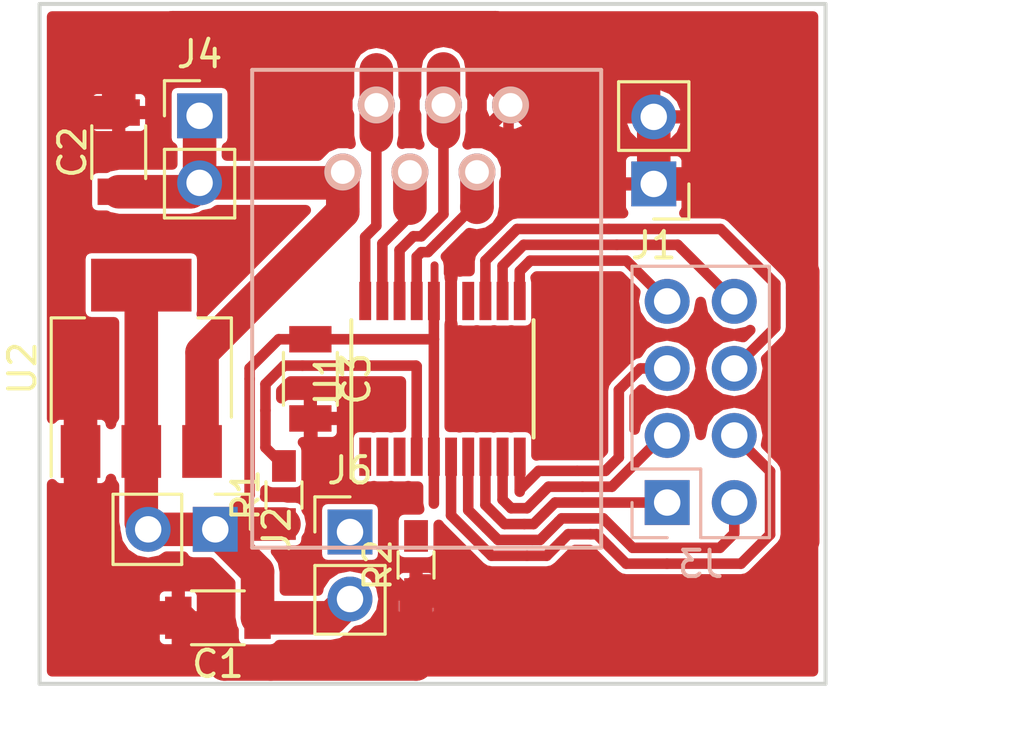
<source format=kicad_pcb>
(kicad_pcb (version 4) (host pcbnew 4.0.6)

  (general
    (links 36)
    (no_connects 2)
    (area 0 0 0 0)
    (thickness 1.6)
    (drawings 6)
    (tracks 188)
    (zones 0)
    (modules 13)
    (nets 18)
  )

  (page A4)
  (layers
    (0 F.Cu signal)
    (31 B.Cu signal)
    (32 B.Adhes user)
    (33 F.Adhes user)
    (34 B.Paste user)
    (35 F.Paste user)
    (36 B.SilkS user)
    (37 F.SilkS user)
    (38 B.Mask user)
    (39 F.Mask user)
    (40 Dwgs.User user)
    (41 Cmts.User user)
    (42 Eco1.User user)
    (43 Eco2.User user)
    (44 Edge.Cuts user)
    (45 Margin user)
    (46 B.CrtYd user)
    (47 F.CrtYd user)
    (48 B.Fab user)
    (49 F.Fab user)
  )

  (setup
    (last_trace_width 1.27)
    (user_trace_width 0.3)
    (user_trace_width 0.4)
    (user_trace_width 0.5)
    (user_trace_width 1.27)
    (trace_clearance 0.2)
    (zone_clearance 0.2)
    (zone_45_only yes)
    (trace_min 0.2)
    (segment_width 0.2)
    (edge_width 0.15)
    (via_size 0.6)
    (via_drill 0.4)
    (via_min_size 0.4)
    (via_min_drill 0.3)
    (uvia_size 0.3)
    (uvia_drill 0.1)
    (uvias_allowed no)
    (uvia_min_size 0.2)
    (uvia_min_drill 0.1)
    (pcb_text_width 0.3)
    (pcb_text_size 1.5 1.5)
    (mod_edge_width 0.15)
    (mod_text_size 1 1)
    (mod_text_width 0.15)
    (pad_size 1.524 1.524)
    (pad_drill 0.762)
    (pad_to_mask_clearance 0.2)
    (aux_axis_origin 153.246 82.292)
    (grid_origin 157.246 106.642)
    (visible_elements 7FFFFFFF)
    (pcbplotparams
      (layerselection 0x00030_80000001)
      (usegerberextensions false)
      (excludeedgelayer true)
      (linewidth 0.100000)
      (plotframeref false)
      (viasonmask false)
      (mode 1)
      (useauxorigin false)
      (hpglpennumber 1)
      (hpglpenspeed 20)
      (hpglpendiameter 15)
      (hpglpenoverlay 2)
      (psnegative false)
      (psa4output false)
      (plotreference true)
      (plotvalue true)
      (plotinvisibletext false)
      (padsonsilk false)
      (subtractmaskfromsilk false)
      (outputformat 1)
      (mirror false)
      (drillshape 1)
      (scaleselection 1)
      (outputdirectory ""))
  )

  (net 0 "")
  (net 1 "/common uc/IN_3.3V")
  (net 2 /Power/GND)
  (net 3 /Power/IN_5V)
  (net 4 "Net-(J3-Pad1)")
  (net 5 "Net-(J3-Pad2)")
  (net 6 "Net-(J3-Pad3)")
  (net 7 "Net-(J3-Pad4)")
  (net 8 "Net-(J3-Pad5)")
  (net 9 "Net-(J3-Pad6)")
  (net 10 "Net-(J3-Pad7)")
  (net 11 "Net-(J3-Pad8)")
  (net 12 /RJ-12/TX)
  (net 13 /RJ-12/RX)
  (net 14 /RJ-12/INT)
  (net 15 /RJ-12/RDY)
  (net 16 "/common uc/BOOT0")
  (net 17 "/common uc/NRST")

  (net_class Default "To jest domyślna klasa połączeń."
    (clearance 0.2)
    (trace_width 0.25)
    (via_dia 0.6)
    (via_drill 0.4)
    (uvia_dia 0.3)
    (uvia_drill 0.1)
    (add_net /Power/GND)
    (add_net /Power/IN_5V)
    (add_net /RJ-12/INT)
    (add_net /RJ-12/RDY)
    (add_net /RJ-12/RX)
    (add_net /RJ-12/TX)
    (add_net "/common uc/BOOT0")
    (add_net "/common uc/IN_3.3V")
    (add_net "/common uc/NRST")
    (add_net "Net-(J3-Pad1)")
    (add_net "Net-(J3-Pad2)")
    (add_net "Net-(J3-Pad3)")
    (add_net "Net-(J3-Pad4)")
    (add_net "Net-(J3-Pad5)")
    (add_net "Net-(J3-Pad6)")
    (add_net "Net-(J3-Pad7)")
    (add_net "Net-(J3-Pad8)")
  )

  (module Capacitors_SMD:C_1206 (layer F.Cu) (tedit 58AA84B8) (tstamp 5A23FEF0)
    (at 156.49194 87.00516 90)
    (descr "Capacitor SMD 1206, reflow soldering, AVX (see smccp.pdf)")
    (tags "capacitor 1206")
    (path /5A240D21/5A240D8D)
    (attr smd)
    (fp_text reference C2 (at 0 -1.75 90) (layer F.SilkS)
      (effects (font (size 1 1) (thickness 0.15)))
    )
    (fp_text value C (at 0 2 90) (layer F.Fab)
      (effects (font (size 1 1) (thickness 0.15)))
    )
    (fp_text user %R (at 0 -1.75 90) (layer F.Fab)
      (effects (font (size 1 1) (thickness 0.15)))
    )
    (fp_line (start -1.6 0.8) (end -1.6 -0.8) (layer F.Fab) (width 0.1))
    (fp_line (start 1.6 0.8) (end -1.6 0.8) (layer F.Fab) (width 0.1))
    (fp_line (start 1.6 -0.8) (end 1.6 0.8) (layer F.Fab) (width 0.1))
    (fp_line (start -1.6 -0.8) (end 1.6 -0.8) (layer F.Fab) (width 0.1))
    (fp_line (start 1 -1.02) (end -1 -1.02) (layer F.SilkS) (width 0.12))
    (fp_line (start -1 1.02) (end 1 1.02) (layer F.SilkS) (width 0.12))
    (fp_line (start -2.25 -1.05) (end 2.25 -1.05) (layer F.CrtYd) (width 0.05))
    (fp_line (start -2.25 -1.05) (end -2.25 1.05) (layer F.CrtYd) (width 0.05))
    (fp_line (start 2.25 1.05) (end 2.25 -1.05) (layer F.CrtYd) (width 0.05))
    (fp_line (start 2.25 1.05) (end -2.25 1.05) (layer F.CrtYd) (width 0.05))
    (pad 1 smd rect (at -1.5 0 90) (size 1 1.6) (layers F.Cu F.Paste F.Mask)
      (net 3 /Power/IN_5V))
    (pad 2 smd rect (at 1.5 0 90) (size 1 1.6) (layers F.Cu F.Paste F.Mask)
      (net 2 /Power/GND))
    (model Capacitors_SMD.3dshapes/C_1206.wrl
      (at (xyz 0 0 0))
      (scale (xyz 1 1 1))
      (rotate (xyz 0 0 0))
    )
  )

  (module Capacitors_SMD:C_1206 (layer F.Cu) (tedit 58AA84B8) (tstamp 5A23FEF6)
    (at 163.746 95.592 270)
    (descr "Capacitor SMD 1206, reflow soldering, AVX (see smccp.pdf)")
    (tags "capacitor 1206")
    (path /5A240D21/5A240D8C)
    (attr smd)
    (fp_text reference C3 (at 0 -1.75 270) (layer F.SilkS)
      (effects (font (size 1 1) (thickness 0.15)))
    )
    (fp_text value C (at 0 2 270) (layer F.Fab)
      (effects (font (size 1 1) (thickness 0.15)))
    )
    (fp_text user %R (at 0 -1.75 270) (layer F.Fab)
      (effects (font (size 1 1) (thickness 0.15)))
    )
    (fp_line (start -1.6 0.8) (end -1.6 -0.8) (layer F.Fab) (width 0.1))
    (fp_line (start 1.6 0.8) (end -1.6 0.8) (layer F.Fab) (width 0.1))
    (fp_line (start 1.6 -0.8) (end 1.6 0.8) (layer F.Fab) (width 0.1))
    (fp_line (start -1.6 -0.8) (end 1.6 -0.8) (layer F.Fab) (width 0.1))
    (fp_line (start 1 -1.02) (end -1 -1.02) (layer F.SilkS) (width 0.12))
    (fp_line (start -1 1.02) (end 1 1.02) (layer F.SilkS) (width 0.12))
    (fp_line (start -2.25 -1.05) (end 2.25 -1.05) (layer F.CrtYd) (width 0.05))
    (fp_line (start -2.25 -1.05) (end -2.25 1.05) (layer F.CrtYd) (width 0.05))
    (fp_line (start 2.25 1.05) (end 2.25 -1.05) (layer F.CrtYd) (width 0.05))
    (fp_line (start 2.25 1.05) (end -2.25 1.05) (layer F.CrtYd) (width 0.05))
    (pad 1 smd rect (at -1.5 0 270) (size 1 1.6) (layers F.Cu F.Paste F.Mask)
      (net 1 "/common uc/IN_3.3V"))
    (pad 2 smd rect (at 1.5 0 270) (size 1 1.6) (layers F.Cu F.Paste F.Mask)
      (net 2 /Power/GND))
    (model Capacitors_SMD.3dshapes/C_1206.wrl
      (at (xyz 0 0 0))
      (scale (xyz 1 1 1))
      (rotate (xyz 0 0 0))
    )
  )

  (module Pin_Headers:Pin_Header_Straight_1x02_Pitch2.54mm (layer F.Cu) (tedit 59650532) (tstamp 5A23FEFC)
    (at 176.74336 88.20912 180)
    (descr "Through hole straight pin header, 1x02, 2.54mm pitch, single row")
    (tags "Through hole pin header THT 1x02 2.54mm single row")
    (path /5A24C5F1)
    (fp_text reference J1 (at 0 -2.33 180) (layer F.SilkS)
      (effects (font (size 1 1) (thickness 0.15)))
    )
    (fp_text value CONN_01X02 (at 0 4.87 180) (layer F.Fab)
      (effects (font (size 1 1) (thickness 0.15)))
    )
    (fp_line (start -0.635 -1.27) (end 1.27 -1.27) (layer F.Fab) (width 0.1))
    (fp_line (start 1.27 -1.27) (end 1.27 3.81) (layer F.Fab) (width 0.1))
    (fp_line (start 1.27 3.81) (end -1.27 3.81) (layer F.Fab) (width 0.1))
    (fp_line (start -1.27 3.81) (end -1.27 -0.635) (layer F.Fab) (width 0.1))
    (fp_line (start -1.27 -0.635) (end -0.635 -1.27) (layer F.Fab) (width 0.1))
    (fp_line (start -1.33 3.87) (end 1.33 3.87) (layer F.SilkS) (width 0.12))
    (fp_line (start -1.33 1.27) (end -1.33 3.87) (layer F.SilkS) (width 0.12))
    (fp_line (start 1.33 1.27) (end 1.33 3.87) (layer F.SilkS) (width 0.12))
    (fp_line (start -1.33 1.27) (end 1.33 1.27) (layer F.SilkS) (width 0.12))
    (fp_line (start -1.33 0) (end -1.33 -1.33) (layer F.SilkS) (width 0.12))
    (fp_line (start -1.33 -1.33) (end 0 -1.33) (layer F.SilkS) (width 0.12))
    (fp_line (start -1.8 -1.8) (end -1.8 4.35) (layer F.CrtYd) (width 0.05))
    (fp_line (start -1.8 4.35) (end 1.8 4.35) (layer F.CrtYd) (width 0.05))
    (fp_line (start 1.8 4.35) (end 1.8 -1.8) (layer F.CrtYd) (width 0.05))
    (fp_line (start 1.8 -1.8) (end -1.8 -1.8) (layer F.CrtYd) (width 0.05))
    (fp_text user %R (at 0 1.27 270) (layer F.Fab)
      (effects (font (size 1 1) (thickness 0.15)))
    )
    (pad 1 thru_hole rect (at 0 0 180) (size 1.7 1.7) (drill 1) (layers *.Cu *.Mask)
      (net 2 /Power/GND))
    (pad 2 thru_hole oval (at 0 2.54 180) (size 1.7 1.7) (drill 1) (layers *.Cu *.Mask)
      (net 2 /Power/GND))
    (model ${KISYS3DMOD}/Pin_Headers.3dshapes/Pin_Header_Straight_1x02_Pitch2.54mm.wrl
      (at (xyz 0 0 0))
      (scale (xyz 1 1 1))
      (rotate (xyz 0 0 0))
    )
  )

  (module Pin_Headers:Pin_Header_Straight_1x02_Pitch2.54mm (layer F.Cu) (tedit 59650532) (tstamp 5A23FF02)
    (at 160.146 101.292 270)
    (descr "Through hole straight pin header, 1x02, 2.54mm pitch, single row")
    (tags "Through hole pin header THT 1x02 2.54mm single row")
    (path /5A24C4DB)
    (fp_text reference J2 (at 0 -2.33 270) (layer F.SilkS)
      (effects (font (size 1 1) (thickness 0.15)))
    )
    (fp_text value CONN_01X02 (at 0 4.87 270) (layer F.Fab)
      (effects (font (size 1 1) (thickness 0.15)))
    )
    (fp_line (start -0.635 -1.27) (end 1.27 -1.27) (layer F.Fab) (width 0.1))
    (fp_line (start 1.27 -1.27) (end 1.27 3.81) (layer F.Fab) (width 0.1))
    (fp_line (start 1.27 3.81) (end -1.27 3.81) (layer F.Fab) (width 0.1))
    (fp_line (start -1.27 3.81) (end -1.27 -0.635) (layer F.Fab) (width 0.1))
    (fp_line (start -1.27 -0.635) (end -0.635 -1.27) (layer F.Fab) (width 0.1))
    (fp_line (start -1.33 3.87) (end 1.33 3.87) (layer F.SilkS) (width 0.12))
    (fp_line (start -1.33 1.27) (end -1.33 3.87) (layer F.SilkS) (width 0.12))
    (fp_line (start 1.33 1.27) (end 1.33 3.87) (layer F.SilkS) (width 0.12))
    (fp_line (start -1.33 1.27) (end 1.33 1.27) (layer F.SilkS) (width 0.12))
    (fp_line (start -1.33 0) (end -1.33 -1.33) (layer F.SilkS) (width 0.12))
    (fp_line (start -1.33 -1.33) (end 0 -1.33) (layer F.SilkS) (width 0.12))
    (fp_line (start -1.8 -1.8) (end -1.8 4.35) (layer F.CrtYd) (width 0.05))
    (fp_line (start -1.8 4.35) (end 1.8 4.35) (layer F.CrtYd) (width 0.05))
    (fp_line (start 1.8 4.35) (end 1.8 -1.8) (layer F.CrtYd) (width 0.05))
    (fp_line (start 1.8 -1.8) (end -1.8 -1.8) (layer F.CrtYd) (width 0.05))
    (fp_text user %R (at 0 1.27 360) (layer F.Fab)
      (effects (font (size 1 1) (thickness 0.15)))
    )
    (pad 1 thru_hole rect (at 0 0 270) (size 1.7 1.7) (drill 1) (layers *.Cu *.Mask)
      (net 1 "/common uc/IN_3.3V"))
    (pad 2 thru_hole oval (at 0 2.54 270) (size 1.7 1.7) (drill 1) (layers *.Cu *.Mask)
      (net 1 "/common uc/IN_3.3V"))
    (model ${KISYS3DMOD}/Pin_Headers.3dshapes/Pin_Header_Straight_1x02_Pitch2.54mm.wrl
      (at (xyz 0 0 0))
      (scale (xyz 1 1 1))
      (rotate (xyz 0 0 0))
    )
  )

  (module Pin_Headers:Pin_Header_Straight_2x04_Pitch2.54mm (layer B.Cu) (tedit 59650532) (tstamp 5A23FF0E)
    (at 177.25136 100.27666)
    (descr "Through hole straight pin header, 2x04, 2.54mm pitch, double rows")
    (tags "Through hole pin header THT 2x04 2.54mm double row")
    (path /5A24BA56)
    (fp_text reference J3 (at 1.27 2.33) (layer B.SilkS)
      (effects (font (size 1 1) (thickness 0.15)) (justify mirror))
    )
    (fp_text value CONN_02X04 (at 1.27 -9.95) (layer B.Fab)
      (effects (font (size 1 1) (thickness 0.15)) (justify mirror))
    )
    (fp_line (start 0 1.27) (end 3.81 1.27) (layer B.Fab) (width 0.1))
    (fp_line (start 3.81 1.27) (end 3.81 -8.89) (layer B.Fab) (width 0.1))
    (fp_line (start 3.81 -8.89) (end -1.27 -8.89) (layer B.Fab) (width 0.1))
    (fp_line (start -1.27 -8.89) (end -1.27 0) (layer B.Fab) (width 0.1))
    (fp_line (start -1.27 0) (end 0 1.27) (layer B.Fab) (width 0.1))
    (fp_line (start -1.33 -8.95) (end 3.87 -8.95) (layer B.SilkS) (width 0.12))
    (fp_line (start -1.33 -1.27) (end -1.33 -8.95) (layer B.SilkS) (width 0.12))
    (fp_line (start 3.87 1.33) (end 3.87 -8.95) (layer B.SilkS) (width 0.12))
    (fp_line (start -1.33 -1.27) (end 1.27 -1.27) (layer B.SilkS) (width 0.12))
    (fp_line (start 1.27 -1.27) (end 1.27 1.33) (layer B.SilkS) (width 0.12))
    (fp_line (start 1.27 1.33) (end 3.87 1.33) (layer B.SilkS) (width 0.12))
    (fp_line (start -1.33 0) (end -1.33 1.33) (layer B.SilkS) (width 0.12))
    (fp_line (start -1.33 1.33) (end 0 1.33) (layer B.SilkS) (width 0.12))
    (fp_line (start -1.8 1.8) (end -1.8 -9.4) (layer B.CrtYd) (width 0.05))
    (fp_line (start -1.8 -9.4) (end 4.35 -9.4) (layer B.CrtYd) (width 0.05))
    (fp_line (start 4.35 -9.4) (end 4.35 1.8) (layer B.CrtYd) (width 0.05))
    (fp_line (start 4.35 1.8) (end -1.8 1.8) (layer B.CrtYd) (width 0.05))
    (fp_text user %R (at 1.27 -3.81 270) (layer B.Fab)
      (effects (font (size 1 1) (thickness 0.15)) (justify mirror))
    )
    (pad 1 thru_hole rect (at 0 0) (size 1.7 1.7) (drill 1) (layers *.Cu *.Mask)
      (net 4 "Net-(J3-Pad1)"))
    (pad 2 thru_hole oval (at 2.54 0) (size 1.7 1.7) (drill 1) (layers *.Cu *.Mask)
      (net 5 "Net-(J3-Pad2)"))
    (pad 3 thru_hole oval (at 0 -2.54) (size 1.7 1.7) (drill 1) (layers *.Cu *.Mask)
      (net 6 "Net-(J3-Pad3)"))
    (pad 4 thru_hole oval (at 2.54 -2.54) (size 1.7 1.7) (drill 1) (layers *.Cu *.Mask)
      (net 7 "Net-(J3-Pad4)"))
    (pad 5 thru_hole oval (at 0 -5.08) (size 1.7 1.7) (drill 1) (layers *.Cu *.Mask)
      (net 8 "Net-(J3-Pad5)"))
    (pad 6 thru_hole oval (at 2.54 -5.08) (size 1.7 1.7) (drill 1) (layers *.Cu *.Mask)
      (net 9 "Net-(J3-Pad6)"))
    (pad 7 thru_hole oval (at 0 -7.62) (size 1.7 1.7) (drill 1) (layers *.Cu *.Mask)
      (net 10 "Net-(J3-Pad7)"))
    (pad 8 thru_hole oval (at 2.54 -7.62) (size 1.7 1.7) (drill 1) (layers *.Cu *.Mask)
      (net 11 "Net-(J3-Pad8)"))
    (model ${KISYS3DMOD}/Pin_Headers.3dshapes/Pin_Header_Straight_2x04_Pitch2.54mm.wrl
      (at (xyz 0 0 0))
      (scale (xyz 1 1 1))
      (rotate (xyz 0 0 0))
    )
  )

  (module Pin_Headers:Pin_Header_Straight_1x02_Pitch2.54mm (layer F.Cu) (tedit 59650532) (tstamp 5A23FF14)
    (at 159.55264 85.62848)
    (descr "Through hole straight pin header, 1x02, 2.54mm pitch, single row")
    (tags "Through hole pin header THT 1x02 2.54mm single row")
    (path /5A24CE47)
    (fp_text reference J4 (at 0 -2.33) (layer F.SilkS)
      (effects (font (size 1 1) (thickness 0.15)))
    )
    (fp_text value CONN_01X02 (at 0 4.87) (layer F.Fab)
      (effects (font (size 1 1) (thickness 0.15)))
    )
    (fp_line (start -0.635 -1.27) (end 1.27 -1.27) (layer F.Fab) (width 0.1))
    (fp_line (start 1.27 -1.27) (end 1.27 3.81) (layer F.Fab) (width 0.1))
    (fp_line (start 1.27 3.81) (end -1.27 3.81) (layer F.Fab) (width 0.1))
    (fp_line (start -1.27 3.81) (end -1.27 -0.635) (layer F.Fab) (width 0.1))
    (fp_line (start -1.27 -0.635) (end -0.635 -1.27) (layer F.Fab) (width 0.1))
    (fp_line (start -1.33 3.87) (end 1.33 3.87) (layer F.SilkS) (width 0.12))
    (fp_line (start -1.33 1.27) (end -1.33 3.87) (layer F.SilkS) (width 0.12))
    (fp_line (start 1.33 1.27) (end 1.33 3.87) (layer F.SilkS) (width 0.12))
    (fp_line (start -1.33 1.27) (end 1.33 1.27) (layer F.SilkS) (width 0.12))
    (fp_line (start -1.33 0) (end -1.33 -1.33) (layer F.SilkS) (width 0.12))
    (fp_line (start -1.33 -1.33) (end 0 -1.33) (layer F.SilkS) (width 0.12))
    (fp_line (start -1.8 -1.8) (end -1.8 4.35) (layer F.CrtYd) (width 0.05))
    (fp_line (start -1.8 4.35) (end 1.8 4.35) (layer F.CrtYd) (width 0.05))
    (fp_line (start 1.8 4.35) (end 1.8 -1.8) (layer F.CrtYd) (width 0.05))
    (fp_line (start 1.8 -1.8) (end -1.8 -1.8) (layer F.CrtYd) (width 0.05))
    (fp_text user %R (at 0 1.27 90) (layer F.Fab)
      (effects (font (size 1 1) (thickness 0.15)))
    )
    (pad 1 thru_hole rect (at 0 0) (size 1.7 1.7) (drill 1) (layers *.Cu *.Mask)
      (net 3 /Power/IN_5V))
    (pad 2 thru_hole oval (at 0 2.54) (size 1.7 1.7) (drill 1) (layers *.Cu *.Mask)
      (net 3 /Power/IN_5V))
    (model ${KISYS3DMOD}/Pin_Headers.3dshapes/Pin_Header_Straight_1x02_Pitch2.54mm.wrl
      (at (xyz 0 0 0))
      (scale (xyz 1 1 1))
      (rotate (xyz 0 0 0))
    )
  )

  (module Pin_Headers:Pin_Header_Straight_1x02_Pitch2.54mm (layer F.Cu) (tedit 59650532) (tstamp 5A23FF26)
    (at 165.246 101.392)
    (descr "Through hole straight pin header, 1x02, 2.54mm pitch, single row")
    (tags "Through hole pin header THT 1x02 2.54mm single row")
    (path /5A240937/5A240982)
    (fp_text reference J6 (at 0 -2.33) (layer F.SilkS)
      (effects (font (size 1 1) (thickness 0.15)))
    )
    (fp_text value CONN_01X02 (at 0 4.87) (layer F.Fab)
      (effects (font (size 1 1) (thickness 0.15)))
    )
    (fp_line (start -0.635 -1.27) (end 1.27 -1.27) (layer F.Fab) (width 0.1))
    (fp_line (start 1.27 -1.27) (end 1.27 3.81) (layer F.Fab) (width 0.1))
    (fp_line (start 1.27 3.81) (end -1.27 3.81) (layer F.Fab) (width 0.1))
    (fp_line (start -1.27 3.81) (end -1.27 -0.635) (layer F.Fab) (width 0.1))
    (fp_line (start -1.27 -0.635) (end -0.635 -1.27) (layer F.Fab) (width 0.1))
    (fp_line (start -1.33 3.87) (end 1.33 3.87) (layer F.SilkS) (width 0.12))
    (fp_line (start -1.33 1.27) (end -1.33 3.87) (layer F.SilkS) (width 0.12))
    (fp_line (start 1.33 1.27) (end 1.33 3.87) (layer F.SilkS) (width 0.12))
    (fp_line (start -1.33 1.27) (end 1.33 1.27) (layer F.SilkS) (width 0.12))
    (fp_line (start -1.33 0) (end -1.33 -1.33) (layer F.SilkS) (width 0.12))
    (fp_line (start -1.33 -1.33) (end 0 -1.33) (layer F.SilkS) (width 0.12))
    (fp_line (start -1.8 -1.8) (end -1.8 4.35) (layer F.CrtYd) (width 0.05))
    (fp_line (start -1.8 4.35) (end 1.8 4.35) (layer F.CrtYd) (width 0.05))
    (fp_line (start 1.8 4.35) (end 1.8 -1.8) (layer F.CrtYd) (width 0.05))
    (fp_line (start 1.8 -1.8) (end -1.8 -1.8) (layer F.CrtYd) (width 0.05))
    (fp_text user %R (at 0 1.27 90) (layer F.Fab)
      (effects (font (size 1 1) (thickness 0.15)))
    )
    (pad 1 thru_hole rect (at 0 0) (size 1.7 1.7) (drill 1) (layers *.Cu *.Mask)
      (net 16 "/common uc/BOOT0"))
    (pad 2 thru_hole oval (at 0 2.54) (size 1.7 1.7) (drill 1) (layers *.Cu *.Mask)
      (net 1 "/common uc/IN_3.3V"))
    (model ${KISYS3DMOD}/Pin_Headers.3dshapes/Pin_Header_Straight_1x02_Pitch2.54mm.wrl
      (at (xyz 0 0 0))
      (scale (xyz 1 1 1))
      (rotate (xyz 0 0 0))
    )
  )

  (module Resistors_SMD:R_0603_HandSoldering (layer F.Cu) (tedit 58E0A804) (tstamp 5A23FF2C)
    (at 162.746 99.992 90)
    (descr "Resistor SMD 0603, hand soldering")
    (tags "resistor 0603")
    (path /5A240937/5A240984)
    (attr smd)
    (fp_text reference R1 (at 0 -1.45 90) (layer F.SilkS)
      (effects (font (size 1 1) (thickness 0.15)))
    )
    (fp_text value 10k (at 0 1.55 90) (layer F.Fab)
      (effects (font (size 1 1) (thickness 0.15)))
    )
    (fp_text user %R (at 0 0 90) (layer F.Fab)
      (effects (font (size 0.4 0.4) (thickness 0.075)))
    )
    (fp_line (start -0.8 0.4) (end -0.8 -0.4) (layer F.Fab) (width 0.1))
    (fp_line (start 0.8 0.4) (end -0.8 0.4) (layer F.Fab) (width 0.1))
    (fp_line (start 0.8 -0.4) (end 0.8 0.4) (layer F.Fab) (width 0.1))
    (fp_line (start -0.8 -0.4) (end 0.8 -0.4) (layer F.Fab) (width 0.1))
    (fp_line (start 0.5 0.68) (end -0.5 0.68) (layer F.SilkS) (width 0.12))
    (fp_line (start -0.5 -0.68) (end 0.5 -0.68) (layer F.SilkS) (width 0.12))
    (fp_line (start -1.96 -0.7) (end 1.95 -0.7) (layer F.CrtYd) (width 0.05))
    (fp_line (start -1.96 -0.7) (end -1.96 0.7) (layer F.CrtYd) (width 0.05))
    (fp_line (start 1.95 0.7) (end 1.95 -0.7) (layer F.CrtYd) (width 0.05))
    (fp_line (start 1.95 0.7) (end -1.96 0.7) (layer F.CrtYd) (width 0.05))
    (pad 1 smd rect (at -1.1 0 90) (size 1.2 0.9) (layers F.Cu F.Paste F.Mask)
      (net 1 "/common uc/IN_3.3V"))
    (pad 2 smd rect (at 1.1 0 90) (size 1.2 0.9) (layers F.Cu F.Paste F.Mask)
      (net 17 "/common uc/NRST"))
    (model ${KISYS3DMOD}/Resistors_SMD.3dshapes/R_0603.wrl
      (at (xyz 0 0 0))
      (scale (xyz 1 1 1))
      (rotate (xyz 0 0 0))
    )
  )

  (module Resistors_SMD:R_0603_HandSoldering (layer F.Cu) (tedit 58E0A804) (tstamp 5A23FF32)
    (at 167.746 102.642 90)
    (descr "Resistor SMD 0603, hand soldering")
    (tags "resistor 0603")
    (path /5A240937/5A240983)
    (attr smd)
    (fp_text reference R2 (at 0 -1.45 90) (layer F.SilkS)
      (effects (font (size 1 1) (thickness 0.15)))
    )
    (fp_text value 10k (at 0 1.55 90) (layer F.Fab)
      (effects (font (size 1 1) (thickness 0.15)))
    )
    (fp_text user %R (at 0 0 90) (layer F.Fab)
      (effects (font (size 0.4 0.4) (thickness 0.075)))
    )
    (fp_line (start -0.8 0.4) (end -0.8 -0.4) (layer F.Fab) (width 0.1))
    (fp_line (start 0.8 0.4) (end -0.8 0.4) (layer F.Fab) (width 0.1))
    (fp_line (start 0.8 -0.4) (end 0.8 0.4) (layer F.Fab) (width 0.1))
    (fp_line (start -0.8 -0.4) (end 0.8 -0.4) (layer F.Fab) (width 0.1))
    (fp_line (start 0.5 0.68) (end -0.5 0.68) (layer F.SilkS) (width 0.12))
    (fp_line (start -0.5 -0.68) (end 0.5 -0.68) (layer F.SilkS) (width 0.12))
    (fp_line (start -1.96 -0.7) (end 1.95 -0.7) (layer F.CrtYd) (width 0.05))
    (fp_line (start -1.96 -0.7) (end -1.96 0.7) (layer F.CrtYd) (width 0.05))
    (fp_line (start 1.95 0.7) (end 1.95 -0.7) (layer F.CrtYd) (width 0.05))
    (fp_line (start 1.95 0.7) (end -1.96 0.7) (layer F.CrtYd) (width 0.05))
    (pad 1 smd rect (at -1.1 0 90) (size 1.2 0.9) (layers F.Cu F.Paste F.Mask)
      (net 2 /Power/GND))
    (pad 2 smd rect (at 1.1 0 90) (size 1.2 0.9) (layers F.Cu F.Paste F.Mask)
      (net 16 "/common uc/BOOT0"))
    (model ${KISYS3DMOD}/Resistors_SMD.3dshapes/R_0603.wrl
      (at (xyz 0 0 0))
      (scale (xyz 1 1 1))
      (rotate (xyz 0 0 0))
    )
  )

  (module Housings_SSOP:TSSOP-20_4.4x6.5mm_Pitch0.65mm (layer F.Cu) (tedit 54130A77) (tstamp 5A23FF4A)
    (at 168.746 95.592 90)
    (descr "20-Lead Plastic Thin Shrink Small Outline (ST)-4.4 mm Body [TSSOP] (see Microchip Packaging Specification 00000049BS.pdf)")
    (tags "SSOP 0.65")
    (path /5A24281C)
    (attr smd)
    (fp_text reference U1 (at 0 -4.3 90) (layer F.SilkS)
      (effects (font (size 1 1) (thickness 0.15)))
    )
    (fp_text value STM32F030F4Px (at 0 4.3 90) (layer F.Fab)
      (effects (font (size 1 1) (thickness 0.15)))
    )
    (fp_line (start -1.2 -3.25) (end 2.2 -3.25) (layer F.Fab) (width 0.15))
    (fp_line (start 2.2 -3.25) (end 2.2 3.25) (layer F.Fab) (width 0.15))
    (fp_line (start 2.2 3.25) (end -2.2 3.25) (layer F.Fab) (width 0.15))
    (fp_line (start -2.2 3.25) (end -2.2 -2.25) (layer F.Fab) (width 0.15))
    (fp_line (start -2.2 -2.25) (end -1.2 -3.25) (layer F.Fab) (width 0.15))
    (fp_line (start -3.95 -3.55) (end -3.95 3.55) (layer F.CrtYd) (width 0.05))
    (fp_line (start 3.95 -3.55) (end 3.95 3.55) (layer F.CrtYd) (width 0.05))
    (fp_line (start -3.95 -3.55) (end 3.95 -3.55) (layer F.CrtYd) (width 0.05))
    (fp_line (start -3.95 3.55) (end 3.95 3.55) (layer F.CrtYd) (width 0.05))
    (fp_line (start -2.225 3.45) (end 2.225 3.45) (layer F.SilkS) (width 0.15))
    (fp_line (start -3.75 -3.45) (end 2.225 -3.45) (layer F.SilkS) (width 0.15))
    (fp_text user %R (at 0 0 90) (layer F.Fab)
      (effects (font (size 0.8 0.8) (thickness 0.15)))
    )
    (pad 1 smd rect (at -2.95 -2.925 90) (size 1.45 0.45) (layers F.Cu F.Paste F.Mask)
      (net 16 "/common uc/BOOT0"))
    (pad 2 smd rect (at -2.95 -2.275 90) (size 1.45 0.45) (layers F.Cu F.Paste F.Mask))
    (pad 3 smd rect (at -2.95 -1.625 90) (size 1.45 0.45) (layers F.Cu F.Paste F.Mask))
    (pad 4 smd rect (at -2.95 -0.975 90) (size 1.45 0.45) (layers F.Cu F.Paste F.Mask)
      (net 17 "/common uc/NRST"))
    (pad 5 smd rect (at -2.95 -0.325 90) (size 1.45 0.45) (layers F.Cu F.Paste F.Mask)
      (net 1 "/common uc/IN_3.3V"))
    (pad 6 smd rect (at -2.95 0.325 90) (size 1.45 0.45) (layers F.Cu F.Paste F.Mask)
      (net 7 "Net-(J3-Pad4)"))
    (pad 7 smd rect (at -2.95 0.975 90) (size 1.45 0.45) (layers F.Cu F.Paste F.Mask)
      (net 5 "Net-(J3-Pad2)"))
    (pad 8 smd rect (at -2.95 1.625 90) (size 1.45 0.45) (layers F.Cu F.Paste F.Mask)
      (net 4 "Net-(J3-Pad1)"))
    (pad 9 smd rect (at -2.95 2.275 90) (size 1.45 0.45) (layers F.Cu F.Paste F.Mask)
      (net 6 "Net-(J3-Pad3)"))
    (pad 10 smd rect (at -2.95 2.925 90) (size 1.45 0.45) (layers F.Cu F.Paste F.Mask)
      (net 8 "Net-(J3-Pad5)"))
    (pad 11 smd rect (at 2.95 2.925 90) (size 1.45 0.45) (layers F.Cu F.Paste F.Mask)
      (net 10 "Net-(J3-Pad7)"))
    (pad 12 smd rect (at 2.95 2.275 90) (size 1.45 0.45) (layers F.Cu F.Paste F.Mask)
      (net 11 "Net-(J3-Pad8)"))
    (pad 13 smd rect (at 2.95 1.625 90) (size 1.45 0.45) (layers F.Cu F.Paste F.Mask)
      (net 9 "Net-(J3-Pad6)"))
    (pad 14 smd rect (at 2.95 0.975 90) (size 1.45 0.45) (layers F.Cu F.Paste F.Mask))
    (pad 15 smd rect (at 2.95 0.325 90) (size 1.45 0.45) (layers F.Cu F.Paste F.Mask)
      (net 2 /Power/GND))
    (pad 16 smd rect (at 2.95 -0.325 90) (size 1.45 0.45) (layers F.Cu F.Paste F.Mask)
      (net 1 "/common uc/IN_3.3V"))
    (pad 17 smd rect (at 2.95 -0.975 90) (size 1.45 0.45) (layers F.Cu F.Paste F.Mask)
      (net 12 /RJ-12/TX))
    (pad 18 smd rect (at 2.95 -1.625 90) (size 1.45 0.45) (layers F.Cu F.Paste F.Mask)
      (net 13 /RJ-12/RX))
    (pad 19 smd rect (at 2.95 -2.275 90) (size 1.45 0.45) (layers F.Cu F.Paste F.Mask)
      (net 14 /RJ-12/INT))
    (pad 20 smd rect (at 2.95 -2.925 90) (size 1.45 0.45) (layers F.Cu F.Paste F.Mask)
      (net 15 /RJ-12/RDY))
    (model ${KISYS3DMOD}/Housings_SSOP.3dshapes/TSSOP-20_4.4x6.5mm_Pitch0.65mm.wrl
      (at (xyz 0 0 0))
      (scale (xyz 1 1 1))
      (rotate (xyz 0 0 0))
    )
  )

  (module TO_SOT_Packages_SMD:SOT-223-3_TabPin2 (layer F.Cu) (tedit 58CE4E7E) (tstamp 5A23FF52)
    (at 157.346 95.192 90)
    (descr "module CMS SOT223 4 pins")
    (tags "CMS SOT")
    (path /5A240D21/5A240D8B)
    (attr smd)
    (fp_text reference U2 (at 0 -4.5 90) (layer F.SilkS)
      (effects (font (size 1 1) (thickness 0.15)))
    )
    (fp_text value LD1117S33TR (at 0 4.5 90) (layer F.Fab)
      (effects (font (size 1 1) (thickness 0.15)))
    )
    (fp_text user %R (at 0 0 180) (layer F.Fab)
      (effects (font (size 0.8 0.8) (thickness 0.12)))
    )
    (fp_line (start 1.91 3.41) (end 1.91 2.15) (layer F.SilkS) (width 0.12))
    (fp_line (start 1.91 -3.41) (end 1.91 -2.15) (layer F.SilkS) (width 0.12))
    (fp_line (start 4.4 -3.6) (end -4.4 -3.6) (layer F.CrtYd) (width 0.05))
    (fp_line (start 4.4 3.6) (end 4.4 -3.6) (layer F.CrtYd) (width 0.05))
    (fp_line (start -4.4 3.6) (end 4.4 3.6) (layer F.CrtYd) (width 0.05))
    (fp_line (start -4.4 -3.6) (end -4.4 3.6) (layer F.CrtYd) (width 0.05))
    (fp_line (start -1.85 -2.35) (end -0.85 -3.35) (layer F.Fab) (width 0.1))
    (fp_line (start -1.85 -2.35) (end -1.85 3.35) (layer F.Fab) (width 0.1))
    (fp_line (start -1.85 3.41) (end 1.91 3.41) (layer F.SilkS) (width 0.12))
    (fp_line (start -0.85 -3.35) (end 1.85 -3.35) (layer F.Fab) (width 0.1))
    (fp_line (start -4.1 -3.41) (end 1.91 -3.41) (layer F.SilkS) (width 0.12))
    (fp_line (start -1.85 3.35) (end 1.85 3.35) (layer F.Fab) (width 0.1))
    (fp_line (start 1.85 -3.35) (end 1.85 3.35) (layer F.Fab) (width 0.1))
    (pad 2 smd rect (at 3.15 0 90) (size 2 3.8) (layers F.Cu F.Paste F.Mask)
      (net 1 "/common uc/IN_3.3V"))
    (pad 2 smd rect (at -3.15 0 90) (size 2 1.5) (layers F.Cu F.Paste F.Mask)
      (net 1 "/common uc/IN_3.3V"))
    (pad 3 smd rect (at -3.15 2.3 90) (size 2 1.5) (layers F.Cu F.Paste F.Mask)
      (net 3 /Power/IN_5V))
    (pad 1 smd rect (at -3.15 -2.3 90) (size 2 1.5) (layers F.Cu F.Paste F.Mask)
      (net 2 /Power/GND))
    (model ${KISYS3DMOD}/TO_SOT_Packages_SMD.3dshapes/SOT-223.wrl
      (at (xyz 0 0 0))
      (scale (xyz 1 1 1))
      (rotate (xyz 0 0 0))
    )
  )

  (module rj12:molex_95501-2641 (layer B.Cu) (tedit 5A302D16) (tstamp 5A302FBE)
    (at 168.148 94.107)
    (path /5A23F7D8/5A23F818)
    (fp_text reference J5 (at 0 5.44068) (layer B.SilkS) hide
      (effects (font (size 0.762 0.762) (thickness 0.15)) (justify mirror))
    )
    (fp_text value RJ12 (at 0 0) (layer B.SilkS) hide
      (effects (font (size 0.508 0.508) (thickness 0.127)) (justify mirror))
    )
    (fp_line (start -6.605 7.88) (end -6.605 -10.22) (layer B.SilkS) (width 0.15))
    (fp_line (start -6.605 -10.22) (end 6.605 -10.22) (layer B.SilkS) (width 0.15))
    (fp_line (start 6.605 -10.22) (end 6.605 7.88) (layer B.SilkS) (width 0.15))
    (fp_line (start -6.605 7.88) (end 6.605 7.88) (layer B.SilkS) (width 0.15))
    (pad 1 thru_hole circle (at 3.175 -8.89) (size 1.4 1.4) (drill 0.9) (layers *.Cu *.Mask B.SilkS)
      (net 2 /Power/GND))
    (pad 2 thru_hole circle (at 1.905 -6.35) (size 1.4 1.4) (drill 0.9) (layers *.Cu *.Mask B.SilkS)
      (net 12 /RJ-12/TX))
    (pad 3 thru_hole circle (at 0.635 -8.89) (size 1.4 1.4) (drill 0.9) (layers *.Cu *.Mask B.SilkS)
      (net 13 /RJ-12/RX))
    (pad 4 thru_hole circle (at -0.635 -6.35) (size 1.4 1.4) (drill 0.9) (layers *.Cu *.Mask B.SilkS)
      (net 14 /RJ-12/INT))
    (pad 5 thru_hole circle (at -1.905 -8.89) (size 1.4 1.4) (drill 0.9) (layers *.Cu *.Mask B.SilkS)
      (net 15 /RJ-12/RDY))
    (pad 6 thru_hole circle (at -3.175 -6.35) (size 1.4 1.4) (drill 0.9) (layers *.Cu *.Mask B.SilkS)
      (net 3 /Power/IN_5V))
  )

  (module Capacitors_SMD:C_1206 (layer F.Cu) (tedit 58AA84B8) (tstamp 5A302FAE)
    (at 160.246 104.642 180)
    (descr "Capacitor SMD 1206, reflow soldering, AVX (see smccp.pdf)")
    (tags "capacitor 1206")
    (path /5A240937/5A240981)
    (attr smd)
    (fp_text reference C1 (at 0 -1.75 180) (layer F.SilkS)
      (effects (font (size 1 1) (thickness 0.15)))
    )
    (fp_text value C (at 0 2 180) (layer F.Fab)
      (effects (font (size 1 1) (thickness 0.15)))
    )
    (fp_text user %R (at 0 -1.75 180) (layer F.Fab)
      (effects (font (size 1 1) (thickness 0.15)))
    )
    (fp_line (start -1.6 0.8) (end -1.6 -0.8) (layer F.Fab) (width 0.1))
    (fp_line (start 1.6 0.8) (end -1.6 0.8) (layer F.Fab) (width 0.1))
    (fp_line (start 1.6 -0.8) (end 1.6 0.8) (layer F.Fab) (width 0.1))
    (fp_line (start -1.6 -0.8) (end 1.6 -0.8) (layer F.Fab) (width 0.1))
    (fp_line (start 1 -1.02) (end -1 -1.02) (layer F.SilkS) (width 0.12))
    (fp_line (start -1 1.02) (end 1 1.02) (layer F.SilkS) (width 0.12))
    (fp_line (start -2.25 -1.05) (end 2.25 -1.05) (layer F.CrtYd) (width 0.05))
    (fp_line (start -2.25 -1.05) (end -2.25 1.05) (layer F.CrtYd) (width 0.05))
    (fp_line (start 2.25 1.05) (end 2.25 -1.05) (layer F.CrtYd) (width 0.05))
    (fp_line (start 2.25 1.05) (end -2.25 1.05) (layer F.CrtYd) (width 0.05))
    (pad 1 smd rect (at -1.5 0 180) (size 1 1.6) (layers F.Cu F.Paste F.Mask)
      (net 1 "/common uc/IN_3.3V"))
    (pad 2 smd rect (at 1.5 0 180) (size 1 1.6) (layers F.Cu F.Paste F.Mask)
      (net 2 /Power/GND))
    (model Capacitors_SMD.3dshapes/C_1206.wrl
      (at (xyz 0 0 0))
      (scale (xyz 1 1 1))
      (rotate (xyz 0 0 0))
    )
  )

  (dimension 25.75 (width 0.3) (layer Cmts.User)
    (gr_text "25,750 mm" (at 188.096 94.267 90) (layer Cmts.User)
      (effects (font (size 1.5 1.5) (thickness 0.3)))
    )
    (feature1 (pts (xy 183.246 81.392) (xy 189.446 81.392)))
    (feature2 (pts (xy 183.246 107.142) (xy 189.446 107.142)))
    (crossbar (pts (xy 186.746 107.142) (xy 186.746 81.392)))
    (arrow1a (pts (xy 186.746 81.392) (xy 187.332421 82.518504)))
    (arrow1b (pts (xy 186.746 81.392) (xy 186.159579 82.518504)))
    (arrow2a (pts (xy 186.746 107.142) (xy 187.332421 106.015496)))
    (arrow2b (pts (xy 186.746 107.142) (xy 186.159579 106.015496)))
  )
  (dimension 29.75 (width 0.3) (layer Cmts.User)
    (gr_text "29,750 mm" (at 168.371 110.492) (layer Cmts.User)
      (effects (font (size 1.5 1.5) (thickness 0.3)))
    )
    (feature1 (pts (xy 183.246 107.142) (xy 183.246 111.842)))
    (feature2 (pts (xy 153.496 107.142) (xy 153.496 111.842)))
    (crossbar (pts (xy 153.496 109.142) (xy 183.246 109.142)))
    (arrow1a (pts (xy 183.246 109.142) (xy 182.119496 109.728421)))
    (arrow1b (pts (xy 183.246 109.142) (xy 182.119496 108.555579)))
    (arrow2a (pts (xy 153.496 109.142) (xy 154.622504 109.728421)))
    (arrow2b (pts (xy 153.496 109.142) (xy 154.622504 108.555579)))
  )
  (gr_line (start 153.496 81.392) (end 183.246 81.392) (angle 90) (layer Edge.Cuts) (width 0.15))
  (gr_line (start 153.496 107.142) (end 153.496 81.392) (angle 90) (layer Edge.Cuts) (width 0.15))
  (gr_line (start 183.246 107.142) (end 153.496 107.142) (angle 90) (layer Edge.Cuts) (width 0.15))
  (gr_line (start 183.246 81.392) (end 183.246 107.142) (angle 90) (layer Edge.Cuts) (width 0.15))

  (segment (start 162.746 101.092) (end 160.346 101.092) (width 1.27) (layer F.Cu) (net 1) (status C00000))
  (segment (start 160.346 101.092) (end 160.146 101.292) (width 1.27) (layer F.Cu) (net 1) (tstamp 5A3034B4) (status C00000))
  (segment (start 161.746 104.642) (end 161.746 102.892) (width 1.27) (layer F.Cu) (net 1) (status 400000))
  (segment (start 161.746 102.892) (end 160.146 101.292) (width 1.27) (layer F.Cu) (net 1) (tstamp 5A3034B1) (status 800000))
  (segment (start 161.746 104.642) (end 164.536 104.642) (width 1.27) (layer F.Cu) (net 1) (status 400000))
  (segment (start 164.536 104.642) (end 165.246 103.932) (width 1.27) (layer F.Cu) (net 1) (tstamp 5A3034AD) (status 800000))
  (segment (start 160.146 101.292) (end 161.446 99.992) (width 0.4) (layer F.Cu) (net 1))
  (segment (start 161.446 99.992) (end 161.446 99.492) (width 0.4) (layer F.Cu) (net 1) (tstamp 5A3032B7))
  (segment (start 161.446 95.592) (end 161.446 95.192) (width 0.4) (layer F.Cu) (net 1))
  (segment (start 161.446 99.492) (end 161.446 95.592) (width 0.4) (layer F.Cu) (net 1) (tstamp 5A303244))
  (segment (start 162.546 94.092) (end 163.746 94.092) (width 0.4) (layer F.Cu) (net 1) (tstamp 5A303249))
  (segment (start 161.446 95.192) (end 162.546 94.092) (width 0.4) (layer F.Cu) (net 1) (tstamp 5A303248))
  (segment (start 157.606 101.292) (end 160.146 101.292) (width 1.27) (layer F.Cu) (net 1))
  (segment (start 157.606 101.292) (end 157.346 101.032) (width 1.27) (layer F.Cu) (net 1))
  (segment (start 157.346 101.032) (end 157.346 98.342) (width 1.27) (layer F.Cu) (net 1) (tstamp 5A3032B2))
  (segment (start 168.421 98.542) (end 168.421 100.317) (width 0.4) (layer F.Cu) (net 1))
  (segment (start 157.346 92.042) (end 157.346 98.342) (width 1.27) (layer F.Cu) (net 1))
  (segment (start 168.421 94.092) (end 163.746 94.092) (width 0.4) (layer F.Cu) (net 1))
  (segment (start 168.421 92.642) (end 168.421 94.092) (width 0.4) (layer F.Cu) (net 1))
  (segment (start 168.421 94.092) (end 168.421 98.542) (width 0.4) (layer F.Cu) (net 1) (tstamp 5A303195))
  (segment (start 168.421 92.642) (end 168.446 92.617) (width 0.3) (layer F.Cu) (net 1))
  (segment (start 168.446 92.617) (end 168.446 91.292) (width 0.3) (layer F.Cu) (net 1) (tstamp 5A30307E))
  (segment (start 182.381002 99.692) (end 182.381002 101.720712) (width 1.27) (layer F.Cu) (net 2))
  (segment (start 182.381002 101.720712) (end 181.227857 102.873857) (width 1.27) (layer F.Cu) (net 2) (tstamp 5A30357F))
  (segment (start 180.477857 89.660143) (end 179.026834 88.20912) (width 1.27) (layer F.Cu) (net 2))
  (segment (start 182.381002 91.563288) (end 180.477857 89.660143) (width 1.27) (layer F.Cu) (net 2) (tstamp 5A30356A))
  (segment (start 182.381002 99.692) (end 182.381002 99.692) (width 1.27) (layer F.Cu) (net 2) (tstamp 5A30357D))
  (segment (start 176.996 103.627004) (end 180.47471 103.627004) (width 1.27) (layer F.Cu) (net 2))
  (segment (start 180.47471 103.627004) (end 181.227857 102.873857) (width 1.27) (layer F.Cu) (net 2) (tstamp 5A303559))
  (segment (start 167.860996 103.627004) (end 176.996 103.627004) (width 1.27) (layer F.Cu) (net 2) (tstamp 5A303554) (status 400000))
  (segment (start 182.381002 99.692) (end 182.381002 92.142) (width 1.27) (layer F.Cu) (net 2) (tstamp 5A303560))
  (segment (start 182.381002 92.142) (end 182.381002 91.563288) (width 1.27) (layer F.Cu) (net 2))
  (segment (start 179.026834 88.20912) (end 176.74336 88.20912) (width 1.27) (layer F.Cu) (net 2) (tstamp 5A30356F) (status 800000))
  (segment (start 167.746 103.742) (end 167.860996 103.627004) (width 1.27) (layer F.Cu) (net 2) (status C00000))
  (segment (start 167.746 103.742) (end 167.746 106.392) (width 1.27) (layer F.Cu) (net 2) (status 400000))
  (segment (start 160.496 106.392) (end 158.746 104.642) (width 1.27) (layer F.Cu) (net 2) (status 800000))
  (segment (start 160.496 106.392) (end 162.246 106.392) (width 1.27) (layer F.Cu) (net 2) (tstamp 5A30354B))
  (segment (start 167.746 106.392) (end 162.246 106.392) (width 1.27) (layer F.Cu) (net 2))
  (segment (start 163.821 97.167) (end 163.821 102.567) (width 0.4) (layer F.Cu) (net 2) (status 400000))
  (segment (start 163.921 102.667) (end 163.821 102.567) (width 0.4) (layer F.Cu) (net 2) (tstamp 5A3034FC))
  (segment (start 163.921 102.667) (end 164.996 102.667) (width 0.4) (layer F.Cu) (net 2))
  (segment (start 163.821 97.167) (end 163.746 97.092) (width 0.4) (layer F.Cu) (net 2) (tstamp 5A3034FF) (status C00000))
  (segment (start 166.746 102.992) (end 166.421 102.667) (width 0.4) (layer F.Cu) (net 2))
  (segment (start 166.421 102.667) (end 164.996 102.667) (width 0.4) (layer F.Cu) (net 2) (tstamp 5A3034F6))
  (segment (start 167.496 103.742) (end 166.746 102.992) (width 0.4) (layer F.Cu) (net 2) (tstamp 5A3034D6) (status 400000))
  (segment (start 164.996 102.667) (end 164.896 102.667) (width 0.4) (layer F.Cu) (net 2) (tstamp 5A3034FA))
  (segment (start 167.746 103.742) (end 167.496 103.742) (width 0.4) (layer F.Cu) (net 2) (status C00000))
  (segment (start 158.746 104.642) (end 156.496 104.642) (width 1.27) (layer F.Cu) (net 2) (status 400000))
  (segment (start 155.046 103.192) (end 155.046 98.342) (width 1.27) (layer F.Cu) (net 2) (tstamp 5A3034AA) (status 800000))
  (segment (start 156.496 104.642) (end 155.046 103.192) (width 1.27) (layer F.Cu) (net 2) (tstamp 5A3034A9))
  (segment (start 158.546 82.292) (end 170.746 82.292) (width 1.27) (layer F.Cu) (net 2) (tstamp 5A30320B))
  (segment (start 156.49194 84.34606) (end 158.346 82.492) (width 1.27) (layer F.Cu) (net 2) (tstamp 5A303208))
  (segment (start 158.346 82.492) (end 158.546 82.292) (width 1.27) (layer F.Cu) (net 2))
  (segment (start 176.74336 88.20912) (end 176.74336 85.66912) (width 1.27) (layer F.Cu) (net 2))
  (segment (start 171.323 85.217) (end 176.29124 85.217) (width 1.27) (layer F.Cu) (net 2))
  (segment (start 176.29124 85.217) (end 176.74336 85.66912) (width 1.27) (layer F.Cu) (net 2) (tstamp 5A303212))
  (segment (start 171.323 85.217) (end 171.323 82.869) (width 1.27) (layer F.Cu) (net 2))
  (segment (start 156.49194 84.34606) (end 156.49194 85.50516) (width 1.27) (layer F.Cu) (net 2))
  (segment (start 171.323 82.869) (end 170.746 82.292) (width 1.27) (layer F.Cu) (net 2) (tstamp 5A30320F))
  (segment (start 154.446 93.992) (end 154.446 85.992) (width 1.27) (layer F.Cu) (net 2))
  (segment (start 154.446 85.992) (end 154.93284 85.50516) (width 1.27) (layer F.Cu) (net 2) (tstamp 5A3031FD))
  (segment (start 154.93284 85.50516) (end 156.49194 85.50516) (width 1.27) (layer F.Cu) (net 2) (tstamp 5A3031FF))
  (segment (start 155.046 98.342) (end 155.046 94.592) (width 1.27) (layer F.Cu) (net 2))
  (segment (start 155.046 94.592) (end 154.446 93.992) (width 1.27) (layer F.Cu) (net 2) (tstamp 5A3031F7))
  (segment (start 170.846 89.792) (end 171.246 89.392) (width 0.4) (layer F.Cu) (net 2))
  (segment (start 170.39747 90.24053) (end 170.846 89.792) (width 0.4) (layer F.Cu) (net 2) (tstamp 5A303070))
  (segment (start 169.071 92.642) (end 169.071 90.76406) (width 0.4) (layer F.Cu) (net 2))
  (segment (start 169.071 90.76406) (end 169.59453 90.24053) (width 0.4) (layer F.Cu) (net 2) (tstamp 5A30306D))
  (segment (start 169.59453 90.24053) (end 170.39747 90.24053) (width 0.4) (layer F.Cu) (net 2))
  (segment (start 171.246 89.392) (end 171.246 85.294) (width 0.4) (layer F.Cu) (net 2) (tstamp 5A303073))
  (segment (start 171.246 85.294) (end 171.323 85.217) (width 0.4) (layer F.Cu) (net 2) (tstamp 5A303074))
  (segment (start 159.55264 88.16848) (end 159.21596 88.50516) (width 1.27) (layer F.Cu) (net 3))
  (segment (start 159.21596 88.50516) (end 156.49194 88.50516) (width 1.27) (layer F.Cu) (net 3) (tstamp 5A3031E4))
  (segment (start 159.55264 88.16848) (end 159.55264 85.62848) (width 1.27) (layer F.Cu) (net 3))
  (segment (start 159.55264 88.16848) (end 164.56152 88.16848) (width 1.27) (layer F.Cu) (net 3))
  (segment (start 164.56152 88.16848) (end 164.973 87.757) (width 1.27) (layer F.Cu) (net 3) (tstamp 5A3031DF))
  (segment (start 159.646 98.342) (end 159.646 94.592) (width 1.27) (layer F.Cu) (net 3))
  (segment (start 164.973 89.165) (end 164.973 87.757) (width 1.27) (layer F.Cu) (net 3))
  (segment (start 164.973 89.265) (end 164.973 89.165) (width 1.27) (layer F.Cu) (net 3) (tstamp 5A3031D4))
  (segment (start 159.646 94.592) (end 164.973 89.265) (width 1.27) (layer F.Cu) (net 3) (tstamp 5A3031CD))
  (segment (start 172.620265 100.666265) (end 173.00987 100.27666) (width 0.4) (layer F.Cu) (net 4))
  (segment (start 172.194528 101.092002) (end 172.620265 100.666265) (width 0.4) (layer F.Cu) (net 4) (tstamp 5A3030EE))
  (segment (start 170.821735 100.816265) (end 171.097472 101.092002) (width 0.4) (layer F.Cu) (net 4))
  (segment (start 170.371 100.36553) (end 170.821735 100.816265) (width 0.4) (layer F.Cu) (net 4) (tstamp 5A3030E3))
  (segment (start 170.371 98.542) (end 170.371 100.36553) (width 0.4) (layer F.Cu) (net 4))
  (segment (start 171.097472 101.092002) (end 171.846 101.092002) (width 0.4) (layer F.Cu) (net 4) (tstamp 5A3030EB))
  (segment (start 171.846 101.092002) (end 172.194528 101.092002) (width 0.4) (layer F.Cu) (net 4))
  (segment (start 173.00987 100.27666) (end 177.25136 100.27666) (width 0.4) (layer F.Cu) (net 4) (tstamp 5A3030F1))
  (segment (start 174.746 100.876662) (end 174.830662 100.876662) (width 0.4) (layer F.Cu) (net 5))
  (segment (start 173.258398 100.876662) (end 174.746 100.876662) (width 0.4) (layer F.Cu) (net 5) (tstamp 5A3030FF))
  (segment (start 172.146 101.692004) (end 172.443056 101.692004) (width 0.4) (layer F.Cu) (net 5))
  (segment (start 170.848944 101.692004) (end 172.146 101.692004) (width 0.4) (layer F.Cu) (net 5) (tstamp 5A3030F8))
  (segment (start 169.721 98.542) (end 169.721 100.56406) (width 0.4) (layer F.Cu) (net 5))
  (segment (start 169.721 100.56406) (end 170.39747 101.24053) (width 0.4) (layer F.Cu) (net 5) (tstamp 5A3030F4))
  (segment (start 170.39747 101.24053) (end 170.848944 101.692004) (width 0.4) (layer F.Cu) (net 5))
  (segment (start 172.443056 101.692004) (end 173.14453 100.99053) (width 0.4) (layer F.Cu) (net 5) (tstamp 5A3030FB))
  (segment (start 173.14453 100.99053) (end 173.258398 100.876662) (width 0.4) (layer F.Cu) (net 5))
  (segment (start 179.79136 101.44664) (end 179.79136 100.27666) (width 0.4) (layer F.Cu) (net 5) (tstamp 5A30310C))
  (segment (start 179.246 101.992) (end 179.79136 101.44664) (width 0.4) (layer F.Cu) (net 5) (tstamp 5A303109))
  (segment (start 175.946 101.992) (end 179.246 101.992) (width 0.4) (layer F.Cu) (net 5) (tstamp 5A303107))
  (segment (start 174.830662 100.876662) (end 175.946 101.992) (width 0.4) (layer F.Cu) (net 5) (tstamp 5A303102))
  (segment (start 174.046 99.676658) (end 175.161342 99.676658) (width 0.4) (layer F.Cu) (net 6))
  (segment (start 172.761342 99.676658) (end 174.046 99.676658) (width 0.4) (layer F.Cu) (net 6) (tstamp 5A303138))
  (segment (start 172.346 100.092) (end 172.761342 99.676658) (width 0.4) (layer F.Cu) (net 6))
  (segment (start 175.161342 99.676658) (end 177.10134 97.73666) (width 0.4) (layer F.Cu) (net 6) (tstamp 5A30313C))
  (segment (start 177.10134 97.73666) (end 177.25136 97.73666) (width 0.4) (layer F.Cu) (net 6) (tstamp 5A303140))
  (segment (start 171.946 100.492) (end 172.346 100.092) (width 0.4) (layer F.Cu) (net 6))
  (segment (start 171.021 100.167) (end 171.346 100.492) (width 0.4) (layer F.Cu) (net 6) (tstamp 5A3030CB))
  (segment (start 171.346 100.492) (end 171.946 100.492) (width 0.4) (layer F.Cu) (net 6) (tstamp 5A3030CD))
  (segment (start 171.021 100.167) (end 171.021 98.542) (width 0.4) (layer F.Cu) (net 6))
  (segment (start 177.185998 97.73666) (end 177.25136 97.73666) (width 0.4) (layer F.Cu) (net 6) (tstamp 5A3030E0))
  (segment (start 181.146 101.492) (end 181.146 99.0913) (width 0.4) (layer F.Cu) (net 7))
  (segment (start 180.045998 102.592002) (end 181.146 101.492) (width 0.4) (layer F.Cu) (net 7) (tstamp 5A303124))
  (segment (start 175.071735 101.966265) (end 175.697472 102.592002) (width 0.4) (layer F.Cu) (net 7))
  (segment (start 174.582134 101.476664) (end 175.071735 101.966265) (width 0.4) (layer F.Cu) (net 7) (tstamp 5A30311E))
  (segment (start 173.218795 101.764795) (end 173.506926 101.476664) (width 0.4) (layer F.Cu) (net 7))
  (segment (start 172.691584 102.292006) (end 173.218795 101.764795) (width 0.4) (layer F.Cu) (net 7) (tstamp 5A303118))
  (segment (start 170.373205 102.064795) (end 170.600416 102.292006) (width 0.4) (layer F.Cu) (net 7))
  (segment (start 169.071 100.76259) (end 170.373205 102.064795) (width 0.4) (layer F.Cu) (net 7) (tstamp 5A30310F))
  (segment (start 169.071 98.542) (end 169.071 100.76259) (width 0.4) (layer F.Cu) (net 7))
  (segment (start 170.600416 102.292006) (end 171.946 102.292006) (width 0.4) (layer F.Cu) (net 7) (tstamp 5A303115))
  (segment (start 171.946 102.292006) (end 172.691584 102.292006) (width 0.4) (layer F.Cu) (net 7))
  (segment (start 173.506926 101.476664) (end 174.346 101.476664) (width 0.4) (layer F.Cu) (net 7) (tstamp 5A30311B))
  (segment (start 174.346 101.476664) (end 174.582134 101.476664) (width 0.4) (layer F.Cu) (net 7))
  (segment (start 175.697472 102.592002) (end 177.246 102.592002) (width 0.4) (layer F.Cu) (net 7) (tstamp 5A303121))
  (segment (start 177.246 102.592002) (end 180.045998 102.592002) (width 0.4) (layer F.Cu) (net 7))
  (segment (start 181.146 99.0913) (end 179.79136 97.73666) (width 0.4) (layer F.Cu) (net 7) (tstamp 5A303127))
  (segment (start 175.421735 98.567735) (end 175.421735 96.016265) (width 0.4) (layer F.Cu) (net 8))
  (segment (start 174.912814 99.076656) (end 175.421735 98.567735) (width 0.4) (layer F.Cu) (net 8) (tstamp 5A303151))
  (segment (start 171.671 99.792) (end 172.386344 99.076656) (width 0.4) (layer F.Cu) (net 8))
  (segment (start 172.386344 99.076656) (end 173.846 99.076656) (width 0.4) (layer F.Cu) (net 8) (tstamp 5A30314B))
  (segment (start 173.846 99.076656) (end 174.912814 99.076656) (width 0.4) (layer F.Cu) (net 8))
  (segment (start 175.421735 96.016265) (end 176.24134 95.19666) (width 0.4) (layer F.Cu) (net 8) (tstamp 5A303154))
  (segment (start 176.24134 95.19666) (end 177.25136 95.19666) (width 0.4) (layer F.Cu) (net 8) (tstamp 5A303157))
  (segment (start 171.671 98.542) (end 171.671 99.792) (width 0.4) (layer F.Cu) (net 8))
  (segment (start 171.671 99.792) (end 171.671 99.867) (width 0.4) (layer F.Cu) (net 8) (tstamp 5A303149))
  (segment (start 181.346 91.992) (end 181.346 93.64202) (width 0.4) (layer F.Cu) (net 9))
  (segment (start 179.268791 89.914791) (end 181.346 91.992) (width 0.4) (layer F.Cu) (net 9) (tstamp 5A303099))
  (segment (start 171.320265 90.166265) (end 171.571739 89.914791) (width 0.4) (layer F.Cu) (net 9))
  (segment (start 170.371 91.11553) (end 171.320265 90.166265) (width 0.4) (layer F.Cu) (net 9) (tstamp 5A303081))
  (segment (start 170.371 92.642) (end 170.371 91.11553) (width 0.4) (layer F.Cu) (net 9))
  (segment (start 171.571739 89.914791) (end 175.046 89.914791) (width 0.4) (layer F.Cu) (net 9) (tstamp 5A303096))
  (segment (start 175.046 89.914791) (end 179.268791 89.914791) (width 0.4) (layer F.Cu) (net 9))
  (segment (start 181.346 93.64202) (end 179.79136 95.19666) (width 0.4) (layer F.Cu) (net 9) (tstamp 5A30309D))
  (segment (start 172.068795 91.114795) (end 175.709495 91.114795) (width 0.4) (layer F.Cu) (net 10))
  (segment (start 171.671 91.51259) (end 172.068795 91.114795) (width 0.4) (layer F.Cu) (net 10) (tstamp 5A303087))
  (segment (start 171.671 92.642) (end 171.671 91.51259) (width 0.4) (layer F.Cu) (net 10))
  (segment (start 175.709495 91.114795) (end 177.25136 92.65666) (width 0.4) (layer F.Cu) (net 10) (tstamp 5A30308A))
  (segment (start 175.346 90.514793) (end 177.649493 90.514793) (width 0.4) (layer F.Cu) (net 11))
  (segment (start 171.820267 90.514793) (end 175.346 90.514793) (width 0.4) (layer F.Cu) (net 11) (tstamp 5A30308F))
  (segment (start 171.44453 90.89053) (end 171.820267 90.514793) (width 0.4) (layer F.Cu) (net 11))
  (segment (start 177.649493 90.514793) (end 179.79136 92.65666) (width 0.4) (layer F.Cu) (net 11) (tstamp 5A303092))
  (segment (start 171.021 92.642) (end 171.021 91.31406) (width 0.4) (layer F.Cu) (net 11))
  (segment (start 171.021 91.31406) (end 171.44453 90.89053) (width 0.4) (layer F.Cu) (net 11) (tstamp 5A303084))
  (segment (start 171.44453 90.89053) (end 171.64453 90.69053) (width 0.4) (layer F.Cu) (net 11) (tstamp 5A30308D))
  (segment (start 168.520265 90.466265) (end 169.90153 89.085) (width 0.4) (layer F.Cu) (net 12))
  (segment (start 168.194528 90.792002) (end 168.520265 90.466265) (width 0.4) (layer F.Cu) (net 12) (tstamp 5A303067))
  (segment (start 167.771 92.642) (end 167.771 90.967002) (width 0.4) (layer F.Cu) (net 12))
  (segment (start 167.771 90.967002) (end 167.946 90.792002) (width 0.4) (layer F.Cu) (net 12) (tstamp 5A303064))
  (segment (start 167.946 90.792002) (end 168.194528 90.792002) (width 0.4) (layer F.Cu) (net 12))
  (segment (start 169.90153 89.085) (end 170.053 89.085) (width 0.4) (layer F.Cu) (net 12) (tstamp 5A30306A))
  (segment (start 170.053 87.757) (end 170.053 89.085) (width 1.27) (layer F.Cu) (net 12))
  (segment (start 170.053 89.085) (end 170.046 89.092) (width 1.27) (layer F.Cu) (net 12) (tstamp 5A303040))
  (segment (start 167.121 92.642) (end 167.121 90.717) (width 0.4) (layer F.Cu) (net 13))
  (segment (start 168.783 89.355) (end 168.783 85.217) (width 0.4) (layer F.Cu) (net 13) (tstamp 5A303061))
  (segment (start 167.946 90.192) (end 168.783 89.355) (width 0.4) (layer F.Cu) (net 13) (tstamp 5A303060))
  (segment (start 167.646 90.192) (end 167.946 90.192) (width 0.4) (layer F.Cu) (net 13) (tstamp 5A30305F))
  (segment (start 167.121 90.717) (end 167.646 90.192) (width 0.4) (layer F.Cu) (net 13) (tstamp 5A30305E))
  (segment (start 168.783 85.217) (end 168.783 86.255) (width 1.27) (layer F.Cu) (net 13))
  (segment (start 168.783 85.217) (end 168.783 83.855) (width 1.27) (layer F.Cu) (net 13))
  (segment (start 166.471 92.642) (end 166.471 90.467) (width 0.4) (layer F.Cu) (net 14))
  (segment (start 167.513 89.425) (end 167.513 87.757) (width 0.4) (layer F.Cu) (net 14) (tstamp 5A30305B))
  (segment (start 166.471 90.467) (end 167.513 89.425) (width 0.4) (layer F.Cu) (net 14) (tstamp 5A30305A))
  (segment (start 167.513 87.757) (end 167.513 89.125) (width 1.27) (layer F.Cu) (net 14))
  (segment (start 165.821 92.642) (end 165.821 90.217) (width 0.4) (layer F.Cu) (net 15))
  (segment (start 166.243 89.795) (end 166.243 85.217) (width 0.4) (layer F.Cu) (net 15) (tstamp 5A303057))
  (segment (start 165.821 90.217) (end 166.243 89.795) (width 0.4) (layer F.Cu) (net 15) (tstamp 5A303056))
  (segment (start 166.243 85.217) (end 166.243 86.389) (width 1.27) (layer F.Cu) (net 15))
  (segment (start 166.243 85.217) (end 166.243 83.895) (width 1.27) (layer F.Cu) (net 15))
  (segment (start 166.243 83.895) (end 166.246 83.892) (width 1.27) (layer F.Cu) (net 15) (tstamp 5A303047))
  (segment (start 167.746 95.092) (end 167.771 95.117) (width 0.4) (layer F.Cu) (net 17))
  (segment (start 162.046002 95.792) (end 162.746002 95.092) (width 0.4) (layer F.Cu) (net 17))
  (segment (start 162.746 98.892) (end 162.046002 98.192002) (width 0.4) (layer F.Cu) (net 17))
  (segment (start 162.046002 98.192002) (end 162.046002 96.792) (width 0.4) (layer F.Cu) (net 17) (tstamp 5A3032CB))
  (segment (start 162.046002 95.792) (end 162.046002 96.792) (width 0.4) (layer F.Cu) (net 17))
  (segment (start 162.746002 95.092) (end 163.446 95.092) (width 0.4) (layer F.Cu) (net 17) (tstamp 5A3032DA))
  (segment (start 167.746 95.092) (end 163.446 95.092) (width 0.4) (layer F.Cu) (net 17))
  (segment (start 167.771 95.117) (end 167.771 98.542) (width 0.4) (layer F.Cu) (net 17) (tstamp 5A3032E8))

  (zone (net 2) (net_name /Power/GND) (layer F.Cu) (tstamp 5A3036F4) (hatch edge 0.508)
    (connect_pads (clearance 0.2))
    (min_thickness 0.4)
    (fill yes (arc_segments 16) (thermal_gap 0.2) (thermal_bridge_width 0.5))
    (polygon
      (pts
        (xy 183.246 107.142) (xy 153.496 107.142) (xy 153.496 81.392) (xy 183.246 81.392)
      )
    )
    (filled_polygon
      (pts
        (xy 182.771 106.667) (xy 153.971 106.667) (xy 153.971 104.792) (xy 157.846 104.792) (xy 157.846 105.521565)
        (xy 157.906896 105.668582) (xy 158.019418 105.781104) (xy 158.166435 105.842) (xy 158.596 105.842) (xy 158.696 105.742)
        (xy 158.696 104.692) (xy 158.796 104.692) (xy 158.796 105.742) (xy 158.896 105.842) (xy 159.325565 105.842)
        (xy 159.472582 105.781104) (xy 159.585104 105.668582) (xy 159.646 105.521565) (xy 159.646 104.792) (xy 159.546 104.692)
        (xy 158.796 104.692) (xy 158.696 104.692) (xy 157.946 104.692) (xy 157.846 104.792) (xy 153.971 104.792)
        (xy 153.971 103.762435) (xy 157.846 103.762435) (xy 157.846 104.492) (xy 157.946 104.592) (xy 158.696 104.592)
        (xy 158.696 103.542) (xy 158.796 103.542) (xy 158.796 104.592) (xy 159.546 104.592) (xy 159.646 104.492)
        (xy 159.646 103.762435) (xy 159.585104 103.615418) (xy 159.472582 103.502896) (xy 159.325565 103.442) (xy 158.896 103.442)
        (xy 158.796 103.542) (xy 158.696 103.542) (xy 158.596 103.442) (xy 158.166435 103.442) (xy 158.019418 103.502896)
        (xy 157.906896 103.615418) (xy 157.846 103.762435) (xy 153.971 103.762435) (xy 153.971 99.582686) (xy 154.069418 99.681104)
        (xy 154.216435 99.742) (xy 154.896 99.742) (xy 154.996 99.642) (xy 154.996 98.392) (xy 154.976 98.392)
        (xy 154.976 98.292) (xy 154.996 98.292) (xy 154.996 97.042) (xy 154.896 96.942) (xy 154.216435 96.942)
        (xy 154.069418 97.002896) (xy 153.971 97.101314) (xy 153.971 91.042) (xy 155.038164 91.042) (xy 155.038164 93.042)
        (xy 155.066056 93.190231) (xy 155.15366 93.326372) (xy 155.287329 93.417704) (xy 155.446 93.449836) (xy 156.311 93.449836)
        (xy 156.311 97.050579) (xy 156.220296 97.183329) (xy 156.196 97.303305) (xy 156.196 97.262435) (xy 156.135104 97.115418)
        (xy 156.022582 97.002896) (xy 155.875565 96.942) (xy 155.196 96.942) (xy 155.096 97.042) (xy 155.096 98.292)
        (xy 155.116 98.292) (xy 155.116 98.392) (xy 155.096 98.392) (xy 155.096 99.642) (xy 155.196 99.742)
        (xy 155.875565 99.742) (xy 156.022582 99.681104) (xy 156.135104 99.568582) (xy 156.196 99.421565) (xy 156.196 99.383644)
        (xy 156.216056 99.490231) (xy 156.30366 99.626372) (xy 156.311 99.631387) (xy 156.311 101.031995) (xy 156.310999 101.032)
        (xy 156.356923 101.262871) (xy 156.356 101.267511) (xy 156.356 101.316489) (xy 156.451151 101.794843) (xy 156.722117 102.200372)
        (xy 157.127646 102.471338) (xy 157.606 102.566489) (xy 158.084354 102.471338) (xy 158.300371 102.327) (xy 158.939716 102.327)
        (xy 159.00366 102.426372) (xy 159.137329 102.517704) (xy 159.296 102.549836) (xy 159.940124 102.549836) (xy 160.711 103.320711)
        (xy 160.711 104.642) (xy 160.789785 105.038077) (xy 160.838164 105.110482) (xy 160.838164 105.442) (xy 160.866056 105.590231)
        (xy 160.95366 105.726372) (xy 161.087329 105.817704) (xy 161.246 105.849836) (xy 162.246 105.849836) (xy 162.394231 105.821944)
        (xy 162.530372 105.73434) (xy 162.569551 105.677) (xy 164.535995 105.677) (xy 164.536 105.677001) (xy 164.932077 105.598215)
        (xy 165.267856 105.373856) (xy 165.506696 105.135015) (xy 165.748843 105.086849) (xy 166.154372 104.815883) (xy 166.425338 104.410354)
        (xy 166.520489 103.932) (xy 166.512533 103.892) (xy 166.896 103.892) (xy 166.896 104.421565) (xy 166.956896 104.568582)
        (xy 167.069418 104.681104) (xy 167.216435 104.742) (xy 167.596 104.742) (xy 167.696 104.642) (xy 167.696 103.792)
        (xy 167.796 103.792) (xy 167.796 104.642) (xy 167.896 104.742) (xy 168.275565 104.742) (xy 168.422582 104.681104)
        (xy 168.535104 104.568582) (xy 168.596 104.421565) (xy 168.596 103.892) (xy 168.496 103.792) (xy 167.796 103.792)
        (xy 167.696 103.792) (xy 166.996 103.792) (xy 166.896 103.892) (xy 166.512533 103.892) (xy 166.425338 103.453646)
        (xy 166.163939 103.062435) (xy 166.896 103.062435) (xy 166.896 103.592) (xy 166.996 103.692) (xy 167.696 103.692)
        (xy 167.696 102.842) (xy 167.796 102.842) (xy 167.796 103.692) (xy 168.496 103.692) (xy 168.596 103.592)
        (xy 168.596 103.062435) (xy 168.535104 102.915418) (xy 168.422582 102.802896) (xy 168.275565 102.742) (xy 167.896 102.742)
        (xy 167.796 102.842) (xy 167.696 102.842) (xy 167.596 102.742) (xy 167.216435 102.742) (xy 167.069418 102.802896)
        (xy 166.956896 102.915418) (xy 166.896 103.062435) (xy 166.163939 103.062435) (xy 166.154372 103.048117) (xy 165.748843 102.777151)
        (xy 165.270489 102.682) (xy 165.221511 102.682) (xy 164.743157 102.777151) (xy 164.337628 103.048117) (xy 164.066662 103.453646)
        (xy 164.036158 103.607) (xy 162.781 103.607) (xy 162.781 102.892005) (xy 162.781001 102.892) (xy 162.702215 102.495923)
        (xy 162.631594 102.390231) (xy 162.477856 102.160144) (xy 162.477853 102.160142) (xy 162.444711 102.127) (xy 162.746 102.127)
        (xy 162.882562 102.099836) (xy 163.196 102.099836) (xy 163.344231 102.071944) (xy 163.480372 101.98434) (xy 163.571704 101.850671)
        (xy 163.603836 101.692) (xy 163.603836 101.635312) (xy 163.702215 101.488077) (xy 163.781 101.092) (xy 163.702215 100.695923)
        (xy 163.603836 100.548688) (xy 163.603836 100.542) (xy 163.988164 100.542) (xy 163.988164 102.242) (xy 164.016056 102.390231)
        (xy 164.10366 102.526372) (xy 164.237329 102.617704) (xy 164.396 102.649836) (xy 166.096 102.649836) (xy 166.244231 102.621944)
        (xy 166.380372 102.53434) (xy 166.471704 102.400671) (xy 166.503836 102.242) (xy 166.503836 100.542) (xy 166.475944 100.393769)
        (xy 166.38834 100.257628) (xy 166.254671 100.166296) (xy 166.096 100.134164) (xy 164.396 100.134164) (xy 164.247769 100.162056)
        (xy 164.111628 100.24966) (xy 164.020296 100.383329) (xy 163.988164 100.542) (xy 163.603836 100.542) (xy 163.603836 100.492)
        (xy 163.575944 100.343769) (xy 163.48834 100.207628) (xy 163.354671 100.116296) (xy 163.196 100.084164) (xy 162.882562 100.084164)
        (xy 162.746 100.057) (xy 162.033071 100.057) (xy 162.046 99.992) (xy 162.046 99.805302) (xy 162.137329 99.867704)
        (xy 162.296 99.899836) (xy 163.196 99.899836) (xy 163.344231 99.871944) (xy 163.480372 99.78434) (xy 163.571704 99.650671)
        (xy 163.603836 99.492) (xy 163.603836 98.292) (xy 163.575944 98.143769) (xy 163.48834 98.007628) (xy 163.465468 97.992)
        (xy 163.596 97.992) (xy 163.696 97.892) (xy 163.696 97.142) (xy 163.796 97.142) (xy 163.796 97.892)
        (xy 163.896 97.992) (xy 164.625565 97.992) (xy 164.772582 97.931104) (xy 164.885104 97.818582) (xy 164.946 97.671565)
        (xy 164.946 97.242) (xy 164.846 97.142) (xy 163.796 97.142) (xy 163.696 97.142) (xy 163.676 97.142)
        (xy 163.676 97.042) (xy 163.696 97.042) (xy 163.696 96.292) (xy 163.796 96.292) (xy 163.796 97.042)
        (xy 164.846 97.042) (xy 164.946 96.942) (xy 164.946 96.512435) (xy 164.885104 96.365418) (xy 164.772582 96.252896)
        (xy 164.625565 96.192) (xy 163.896 96.192) (xy 163.796 96.292) (xy 163.696 96.292) (xy 163.596 96.192)
        (xy 162.866435 96.192) (xy 162.719418 96.252896) (xy 162.646002 96.326312) (xy 162.646002 96.040528) (xy 162.99453 95.692)
        (xy 167.171 95.692) (xy 167.171 97.409164) (xy 166.896 97.409164) (xy 166.792329 97.428671) (xy 166.696 97.409164)
        (xy 166.246 97.409164) (xy 166.142329 97.428671) (xy 166.046 97.409164) (xy 165.596 97.409164) (xy 165.447769 97.437056)
        (xy 165.311628 97.52466) (xy 165.220296 97.658329) (xy 165.188164 97.817) (xy 165.188164 99.267) (xy 165.216056 99.415231)
        (xy 165.30366 99.551372) (xy 165.437329 99.642704) (xy 165.596 99.674836) (xy 166.046 99.674836) (xy 166.149671 99.655329)
        (xy 166.246 99.674836) (xy 166.696 99.674836) (xy 166.799671 99.655329) (xy 166.896 99.674836) (xy 167.346 99.674836)
        (xy 167.449671 99.655329) (xy 167.546 99.674836) (xy 167.821 99.674836) (xy 167.821 100.317) (xy 167.864196 100.534164)
        (xy 167.296 100.534164) (xy 167.147769 100.562056) (xy 167.011628 100.64966) (xy 166.920296 100.783329) (xy 166.888164 100.942)
        (xy 166.888164 102.142) (xy 166.916056 102.290231) (xy 167.00366 102.426372) (xy 167.137329 102.517704) (xy 167.296 102.549836)
        (xy 168.196 102.549836) (xy 168.344231 102.521944) (xy 168.480372 102.43434) (xy 168.571704 102.300671) (xy 168.603836 102.142)
        (xy 168.603836 101.12265) (xy 168.646736 101.186854) (xy 170.176152 102.71627) (xy 170.370806 102.846334) (xy 170.600416 102.892006)
        (xy 172.691584 102.892006) (xy 172.921194 102.846334) (xy 173.115848 102.71627) (xy 173.755454 102.076664) (xy 174.333606 102.076664)
        (xy 175.273208 103.016266) (xy 175.467862 103.14633) (xy 175.697472 103.192002) (xy 180.045998 103.192002) (xy 180.275608 103.14633)
        (xy 180.470262 103.016266) (xy 181.570264 101.916264) (xy 181.700328 101.72161) (xy 181.746 101.492) (xy 181.746 99.0913)
        (xy 181.700328 98.86169) (xy 181.570264 98.667036) (xy 180.995177 98.091949) (xy 181.065849 97.73666) (xy 180.970698 97.258306)
        (xy 180.699732 96.852777) (xy 180.294203 96.581811) (xy 179.815849 96.48666) (xy 179.766871 96.48666) (xy 179.288517 96.581811)
        (xy 178.882988 96.852777) (xy 178.612022 97.258306) (xy 178.52136 97.714092) (xy 178.430698 97.258306) (xy 178.159732 96.852777)
        (xy 177.754203 96.581811) (xy 177.275849 96.48666) (xy 177.226871 96.48666) (xy 176.748517 96.581811) (xy 176.342988 96.852777)
        (xy 176.072022 97.258306) (xy 176.021735 97.511115) (xy 176.021735 96.264793) (xy 176.288112 95.998416) (xy 176.342988 96.080543)
        (xy 176.748517 96.351509) (xy 177.226871 96.44666) (xy 177.275849 96.44666) (xy 177.754203 96.351509) (xy 178.159732 96.080543)
        (xy 178.430698 95.675014) (xy 178.52136 95.219228) (xy 178.612022 95.675014) (xy 178.882988 96.080543) (xy 179.288517 96.351509)
        (xy 179.766871 96.44666) (xy 179.815849 96.44666) (xy 180.294203 96.351509) (xy 180.699732 96.080543) (xy 180.970698 95.675014)
        (xy 181.065849 95.19666) (xy 180.995177 94.841371) (xy 181.770264 94.066284) (xy 181.900328 93.87163) (xy 181.946 93.64202)
        (xy 181.946 91.992) (xy 181.900328 91.76239) (xy 181.770264 91.567736) (xy 179.693055 89.490527) (xy 179.498401 89.360463)
        (xy 179.268791 89.314791) (xy 177.903375 89.314791) (xy 177.932464 89.285702) (xy 177.99336 89.138685) (xy 177.99336 88.35912)
        (xy 177.89336 88.25912) (xy 176.79336 88.25912) (xy 176.79336 88.27912) (xy 176.69336 88.27912) (xy 176.69336 88.25912)
        (xy 175.59336 88.25912) (xy 175.49336 88.35912) (xy 175.49336 89.138685) (xy 175.554256 89.285702) (xy 175.583345 89.314791)
        (xy 171.571739 89.314791) (xy 171.342129 89.360463) (xy 171.147475 89.490527) (xy 169.946736 90.691266) (xy 169.816672 90.88592)
        (xy 169.771 91.11553) (xy 169.771 91.509164) (xy 169.496 91.509164) (xy 169.400177 91.527195) (xy 169.375565 91.517)
        (xy 169.221 91.517) (xy 169.121 91.617) (xy 169.121 91.757299) (xy 169.120296 91.758329) (xy 169.088164 91.917)
        (xy 169.088164 93.367) (xy 169.116056 93.515231) (xy 169.121 93.522914) (xy 169.121 93.667) (xy 169.221 93.767)
        (xy 169.375565 93.767) (xy 169.402405 93.755882) (xy 169.496 93.774836) (xy 169.946 93.774836) (xy 170.049671 93.755329)
        (xy 170.146 93.774836) (xy 170.596 93.774836) (xy 170.699671 93.755329) (xy 170.796 93.774836) (xy 171.246 93.774836)
        (xy 171.349671 93.755329) (xy 171.446 93.774836) (xy 171.896 93.774836) (xy 172.044231 93.746944) (xy 172.180372 93.65934)
        (xy 172.271704 93.525671) (xy 172.303836 93.367) (xy 172.303836 91.917) (xy 172.275944 91.768769) (xy 172.271013 91.761105)
        (xy 172.317323 91.714795) (xy 175.460967 91.714795) (xy 176.047543 92.301371) (xy 175.976871 92.65666) (xy 176.072022 93.135014)
        (xy 176.342988 93.540543) (xy 176.748517 93.811509) (xy 177.226871 93.90666) (xy 177.275849 93.90666) (xy 177.754203 93.811509)
        (xy 178.159732 93.540543) (xy 178.430698 93.135014) (xy 178.52136 92.679228) (xy 178.612022 93.135014) (xy 178.882988 93.540543)
        (xy 179.288517 93.811509) (xy 179.766871 93.90666) (xy 179.815849 93.90666) (xy 180.294203 93.811509) (xy 180.396005 93.743487)
        (xy 180.130286 94.009206) (xy 179.815849 93.94666) (xy 179.766871 93.94666) (xy 179.288517 94.041811) (xy 178.882988 94.312777)
        (xy 178.612022 94.718306) (xy 178.52136 95.174092) (xy 178.430698 94.718306) (xy 178.159732 94.312777) (xy 177.754203 94.041811)
        (xy 177.275849 93.94666) (xy 177.226871 93.94666) (xy 176.748517 94.041811) (xy 176.342988 94.312777) (xy 176.139809 94.616856)
        (xy 176.01173 94.642332) (xy 175.817076 94.772396) (xy 174.997471 95.592001) (xy 174.867407 95.786655) (xy 174.821735 96.016265)
        (xy 174.821735 98.319207) (xy 174.664286 98.476656) (xy 172.386344 98.476656) (xy 172.303836 98.493068) (xy 172.303836 97.817)
        (xy 172.275944 97.668769) (xy 172.18834 97.532628) (xy 172.054671 97.441296) (xy 171.896 97.409164) (xy 171.446 97.409164)
        (xy 171.342329 97.428671) (xy 171.246 97.409164) (xy 170.796 97.409164) (xy 170.692329 97.428671) (xy 170.596 97.409164)
        (xy 170.146 97.409164) (xy 170.042329 97.428671) (xy 169.946 97.409164) (xy 169.496 97.409164) (xy 169.392329 97.428671)
        (xy 169.296 97.409164) (xy 169.021 97.409164) (xy 169.021 93.526701) (xy 169.021704 93.525671) (xy 169.053836 93.367)
        (xy 169.053836 91.917) (xy 169.025944 91.768769) (xy 169.021 91.761086) (xy 169.021 91.617) (xy 168.996 91.592)
        (xy 168.996 91.292) (xy 168.954134 91.081524) (xy 168.873785 90.961273) (xy 169.764126 90.070932) (xy 170.046 90.127001)
        (xy 170.442077 90.048215) (xy 170.777856 89.823856) (xy 170.784853 89.816858) (xy 170.784856 89.816856) (xy 171.009215 89.481077)
        (xy 171.088 89.085) (xy 171.088 88.132839) (xy 171.152808 87.976763) (xy 171.15319 87.539156) (xy 171.045926 87.279555)
        (xy 175.49336 87.279555) (xy 175.49336 88.05912) (xy 175.59336 88.15912) (xy 176.69336 88.15912) (xy 176.69336 87.05912)
        (xy 176.79336 87.05912) (xy 176.79336 88.15912) (xy 177.89336 88.15912) (xy 177.99336 88.05912) (xy 177.99336 87.279555)
        (xy 177.932464 87.132538) (xy 177.819942 87.020016) (xy 177.672925 86.95912) (xy 176.89336 86.95912) (xy 176.79336 87.05912)
        (xy 176.69336 87.05912) (xy 176.59336 86.95912) (xy 175.813795 86.95912) (xy 175.666778 87.020016) (xy 175.554256 87.132538)
        (xy 175.49336 87.279555) (xy 171.045926 87.279555) (xy 170.986078 87.134714) (xy 170.676913 86.825009) (xy 170.272763 86.657192)
        (xy 169.835156 86.65681) (xy 169.697334 86.713757) (xy 169.739215 86.651077) (xy 169.818 86.255) (xy 169.818 85.973835)
        (xy 170.636876 85.973835) (xy 170.704876 86.15284) (xy 171.110058 86.31815) (xy 171.54766 86.315819) (xy 171.941124 86.15284)
        (xy 172.009124 85.973835) (xy 171.94918 85.913891) (xy 175.517559 85.913891) (xy 175.703505 86.362815) (xy 176.048125 86.707946)
        (xy 176.498588 86.894925) (xy 176.69336 86.818124) (xy 176.69336 85.71912) (xy 176.79336 85.71912) (xy 176.79336 86.818124)
        (xy 176.988132 86.894925) (xy 177.438595 86.707946) (xy 177.783215 86.362815) (xy 177.969161 85.913891) (xy 177.892273 85.71912)
        (xy 176.79336 85.71912) (xy 176.69336 85.71912) (xy 175.594447 85.71912) (xy 175.517559 85.913891) (xy 171.94918 85.913891)
        (xy 171.323 85.287711) (xy 170.636876 85.973835) (xy 169.818 85.973835) (xy 169.818 85.592839) (xy 169.882808 85.436763)
        (xy 169.883185 85.004058) (xy 170.22185 85.004058) (xy 170.224181 85.44166) (xy 170.38716 85.835124) (xy 170.566165 85.903124)
        (xy 171.252289 85.217) (xy 171.393711 85.217) (xy 172.079835 85.903124) (xy 172.25884 85.835124) (xy 172.42415 85.429942)
        (xy 172.424121 85.424349) (xy 175.517559 85.424349) (xy 175.594447 85.61912) (xy 176.69336 85.61912) (xy 176.69336 84.520116)
        (xy 176.79336 84.520116) (xy 176.79336 85.61912) (xy 177.892273 85.61912) (xy 177.969161 85.424349) (xy 177.783215 84.975425)
        (xy 177.438595 84.630294) (xy 176.988132 84.443315) (xy 176.79336 84.520116) (xy 176.69336 84.520116) (xy 176.498588 84.443315)
        (xy 176.048125 84.630294) (xy 175.703505 84.975425) (xy 175.517559 85.424349) (xy 172.424121 85.424349) (xy 172.421819 84.99234)
        (xy 172.25884 84.598876) (xy 172.079835 84.530876) (xy 171.393711 85.217) (xy 171.252289 85.217) (xy 170.566165 84.530876)
        (xy 170.38716 84.598876) (xy 170.22185 85.004058) (xy 169.883185 85.004058) (xy 169.88319 84.999156) (xy 169.818 84.841384)
        (xy 169.818 84.460165) (xy 170.636876 84.460165) (xy 171.323 85.146289) (xy 172.009124 84.460165) (xy 171.941124 84.28116)
        (xy 171.535942 84.11585) (xy 171.09834 84.118181) (xy 170.704876 84.28116) (xy 170.636876 84.460165) (xy 169.818 84.460165)
        (xy 169.818 83.855) (xy 169.739215 83.458923) (xy 169.514856 83.123144) (xy 169.179077 82.898785) (xy 168.783 82.82)
        (xy 168.386923 82.898785) (xy 168.051144 83.123144) (xy 167.826785 83.458923) (xy 167.748 83.855) (xy 167.748 84.841161)
        (xy 167.683192 84.997237) (xy 167.68281 85.434844) (xy 167.748 85.592616) (xy 167.748 86.255) (xy 167.826785 86.651077)
        (xy 167.868543 86.713572) (xy 167.732763 86.657192) (xy 167.295156 86.65681) (xy 167.218422 86.688516) (xy 167.278 86.389)
        (xy 167.278 85.592839) (xy 167.342808 85.436763) (xy 167.34319 84.999156) (xy 167.278 84.841384) (xy 167.278 83.907087)
        (xy 167.281001 83.892) (xy 167.202215 83.495922) (xy 166.977856 83.160144) (xy 166.642078 82.935785) (xy 166.246 82.856999)
        (xy 165.849923 82.935785) (xy 165.514145 83.160144) (xy 165.511144 83.163144) (xy 165.286785 83.498923) (xy 165.207999 83.895)
        (xy 165.208 83.895005) (xy 165.208 84.841161) (xy 165.143192 84.997237) (xy 165.14281 85.434844) (xy 165.208 85.592616)
        (xy 165.208 86.389) (xy 165.267522 86.688234) (xy 165.192763 86.657192) (xy 164.755156 86.65681) (xy 164.350714 86.823922)
        (xy 164.041009 87.133087) (xy 164.040846 87.13348) (xy 160.58764 87.13348) (xy 160.58764 86.834764) (xy 160.687012 86.77082)
        (xy 160.778344 86.637151) (xy 160.810476 86.47848) (xy 160.810476 84.77848) (xy 160.782584 84.630249) (xy 160.69498 84.494108)
        (xy 160.561311 84.402776) (xy 160.40264 84.370644) (xy 158.70264 84.370644) (xy 158.554409 84.398536) (xy 158.418268 84.48614)
        (xy 158.326936 84.619809) (xy 158.294804 84.77848) (xy 158.294804 86.47848) (xy 158.322696 86.626711) (xy 158.4103 86.762852)
        (xy 158.51764 86.836194) (xy 158.51764 87.47016) (xy 156.49194 87.47016) (xy 156.095863 87.548945) (xy 156.023458 87.597324)
        (xy 155.69194 87.597324) (xy 155.543709 87.625216) (xy 155.407568 87.71282) (xy 155.316236 87.846489) (xy 155.284104 88.00516)
        (xy 155.284104 89.00516) (xy 155.311996 89.153391) (xy 155.3996 89.289532) (xy 155.533269 89.380864) (xy 155.69194 89.412996)
        (xy 156.023458 89.412996) (xy 156.095863 89.461375) (xy 156.49194 89.54016) (xy 159.215955 89.54016) (xy 159.21596 89.540161)
        (xy 159.612037 89.461375) (xy 159.718244 89.39041) (xy 160.055483 89.323329) (xy 160.23485 89.20348) (xy 163.570809 89.20348)
        (xy 159.633915 93.140373) (xy 159.653836 93.042) (xy 159.653836 91.042) (xy 159.625944 90.893769) (xy 159.53834 90.757628)
        (xy 159.404671 90.666296) (xy 159.246 90.634164) (xy 155.446 90.634164) (xy 155.297769 90.662056) (xy 155.161628 90.74966)
        (xy 155.070296 90.883329) (xy 155.038164 91.042) (xy 153.971 91.042) (xy 153.971 85.65516) (xy 155.29194 85.65516)
        (xy 155.29194 86.084725) (xy 155.352836 86.231742) (xy 155.465358 86.344264) (xy 155.612375 86.40516) (xy 156.34194 86.40516)
        (xy 156.44194 86.30516) (xy 156.44194 85.55516) (xy 156.54194 85.55516) (xy 156.54194 86.30516) (xy 156.64194 86.40516)
        (xy 157.371505 86.40516) (xy 157.518522 86.344264) (xy 157.631044 86.231742) (xy 157.69194 86.084725) (xy 157.69194 85.65516)
        (xy 157.59194 85.55516) (xy 156.54194 85.55516) (xy 156.44194 85.55516) (xy 155.39194 85.55516) (xy 155.29194 85.65516)
        (xy 153.971 85.65516) (xy 153.971 84.925595) (xy 155.29194 84.925595) (xy 155.29194 85.35516) (xy 155.39194 85.45516)
        (xy 156.44194 85.45516) (xy 156.44194 84.70516) (xy 156.54194 84.70516) (xy 156.54194 85.45516) (xy 157.59194 85.45516)
        (xy 157.69194 85.35516) (xy 157.69194 84.925595) (xy 157.631044 84.778578) (xy 157.518522 84.666056) (xy 157.371505 84.60516)
        (xy 156.64194 84.60516) (xy 156.54194 84.70516) (xy 156.44194 84.70516) (xy 156.34194 84.60516) (xy 155.612375 84.60516)
        (xy 155.465358 84.666056) (xy 155.352836 84.778578) (xy 155.29194 84.925595) (xy 153.971 84.925595) (xy 153.971 81.867)
        (xy 182.771 81.867)
      )
    )
  )
)

</source>
